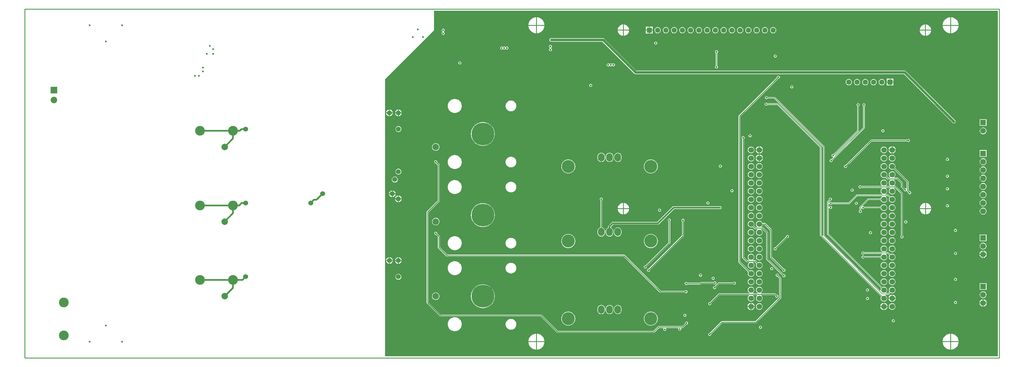
<source format=gbl>
G04 Layer_Physical_Order=4*
G04 Layer_Color=11796480*
%FSLAX43Y43*%
%MOMM*%
G71*
G01*
G75*
%ADD20C,2.000*%
%ADD29C,0.500*%
%ADD30C,0.250*%
%ADD31C,0.150*%
%ADD34C,0.200*%
%ADD36C,0.254*%
%ADD37O,2.000X2.500*%
%ADD38C,7.000*%
%ADD39C,1.524*%
%ADD40C,3.000*%
%ADD41C,1.600*%
%ADD42R,1.600X1.600*%
%ADD45C,1.700*%
%ADD46R,1.750X1.750*%
%ADD47C,1.750*%
%ADD48C,4.000*%
%ADD49R,2.000X2.000*%
%ADD50C,1.800*%
%ADD51R,1.800X1.800*%
%ADD52C,0.600*%
%ADD71C,0.750*%
G36*
X299500Y500D02*
X110900D01*
Y85900D01*
X126000Y101000D01*
X126000Y107000D01*
X299500D01*
Y500D01*
D02*
G37*
%LPC*%
G36*
X167300Y38160D02*
X166879Y38119D01*
X166473Y37996D01*
X166100Y37796D01*
X165772Y37528D01*
X165504Y37200D01*
X165304Y36827D01*
X165181Y36421D01*
X165140Y36000D01*
X165181Y35579D01*
X165304Y35173D01*
X165504Y34800D01*
X165772Y34472D01*
X166100Y34204D01*
X166473Y34004D01*
X166879Y33881D01*
X167300Y33840D01*
X167721Y33881D01*
X168127Y34004D01*
X168500Y34204D01*
X168828Y34472D01*
X169096Y34800D01*
X169296Y35173D01*
X169419Y35579D01*
X169460Y36000D01*
X169419Y36421D01*
X169296Y36827D01*
X169096Y37200D01*
X168828Y37528D01*
X168500Y37796D01*
X168127Y37996D01*
X167721Y38119D01*
X167300Y38160D01*
D02*
G37*
G36*
X149650Y37008D02*
X149327Y36976D01*
X149016Y36882D01*
X148729Y36729D01*
X148478Y36522D01*
X148271Y36271D01*
X148118Y35984D01*
X148024Y35673D01*
X147992Y35350D01*
X148024Y35027D01*
X148118Y34716D01*
X148271Y34429D01*
X148478Y34178D01*
X148729Y33971D01*
X149016Y33818D01*
X149327Y33724D01*
X149650Y33692D01*
X149973Y33724D01*
X150284Y33818D01*
X150571Y33971D01*
X150822Y34178D01*
X151029Y34429D01*
X151182Y34716D01*
X151276Y35027D01*
X151308Y35350D01*
X151276Y35673D01*
X151182Y35984D01*
X151029Y36271D01*
X150822Y36522D01*
X150571Y36729D01*
X150284Y36882D01*
X149973Y36976D01*
X149650Y37008D01*
D02*
G37*
G36*
X223560Y37169D02*
X223299Y37134D01*
X223056Y37033D01*
X222847Y36873D01*
X222686Y36664D01*
X222586Y36421D01*
X222551Y36160D01*
X222586Y35899D01*
X222686Y35656D01*
X222847Y35447D01*
X223056Y35286D01*
X223299Y35186D01*
X223560Y35151D01*
X223821Y35186D01*
X224064Y35286D01*
X224273Y35447D01*
X224433Y35656D01*
X224534Y35899D01*
X224569Y36160D01*
X224534Y36421D01*
X224433Y36664D01*
X224273Y36873D01*
X224064Y37033D01*
X223821Y37134D01*
X223560Y37169D01*
D02*
G37*
G36*
X192700Y38160D02*
X192279Y38119D01*
X191873Y37996D01*
X191500Y37796D01*
X191172Y37528D01*
X190904Y37200D01*
X190704Y36827D01*
X190581Y36421D01*
X190540Y36000D01*
X190581Y35579D01*
X190704Y35173D01*
X190904Y34800D01*
X191172Y34472D01*
X191500Y34204D01*
X191873Y34004D01*
X192279Y33881D01*
X192700Y33840D01*
X193121Y33881D01*
X193527Y34004D01*
X193900Y34204D01*
X194228Y34472D01*
X194496Y34800D01*
X194696Y35173D01*
X194819Y35579D01*
X194860Y36000D01*
X194819Y36421D01*
X194696Y36827D01*
X194496Y37200D01*
X194228Y37528D01*
X193900Y37796D01*
X193527Y37996D01*
X193121Y38119D01*
X192700Y38160D01*
D02*
G37*
G36*
X267000Y34629D02*
X266739Y34594D01*
X266496Y34493D01*
X266287Y34333D01*
X266126Y34124D01*
X266026Y33881D01*
X265991Y33620D01*
X266026Y33359D01*
X266126Y33116D01*
X266287Y32907D01*
X266496Y32746D01*
X266739Y32646D01*
X267000Y32611D01*
X267261Y32646D01*
X267504Y32746D01*
X267713Y32907D01*
X267874Y33116D01*
X267974Y33359D01*
X268009Y33620D01*
X267974Y33881D01*
X267874Y34124D01*
X267713Y34333D01*
X267504Y34493D01*
X267261Y34594D01*
X267000Y34629D01*
D02*
G37*
G36*
X226100D02*
X225839Y34594D01*
X225596Y34493D01*
X225387Y34333D01*
X225227Y34124D01*
X225126Y33881D01*
X225091Y33620D01*
X225126Y33359D01*
X225227Y33116D01*
X225387Y32907D01*
X225596Y32746D01*
X225839Y32646D01*
X226100Y32611D01*
X226361Y32646D01*
X226604Y32746D01*
X226813Y32907D01*
X226973Y33116D01*
X227074Y33359D01*
X227109Y33620D01*
X227074Y33881D01*
X226973Y34124D01*
X226813Y34333D01*
X226604Y34493D01*
X226361Y34594D01*
X226100Y34629D01*
D02*
G37*
G36*
X295000Y35494D02*
X294732Y35459D01*
X294483Y35355D01*
X294269Y35191D01*
X294105Y34977D01*
X294001Y34728D01*
X293966Y34460D01*
X294001Y34192D01*
X294105Y33943D01*
X294269Y33729D01*
X294483Y33565D01*
X294732Y33461D01*
X295000Y33426D01*
X295268Y33461D01*
X295517Y33565D01*
X295731Y33729D01*
X295895Y33943D01*
X295999Y34192D01*
X296034Y34460D01*
X295999Y34728D01*
X295895Y34977D01*
X295731Y35191D01*
X295517Y35355D01*
X295268Y35459D01*
X295000Y35494D01*
D02*
G37*
G36*
X132350Y37510D02*
X131929Y37469D01*
X131523Y37346D01*
X131150Y37146D01*
X130822Y36878D01*
X130554Y36550D01*
X130354Y36177D01*
X130231Y35771D01*
X130190Y35350D01*
X130231Y34929D01*
X130354Y34523D01*
X130554Y34150D01*
X130822Y33822D01*
X131150Y33554D01*
X131523Y33354D01*
X131929Y33231D01*
X132350Y33190D01*
X132771Y33231D01*
X133177Y33354D01*
X133550Y33554D01*
X133878Y33822D01*
X134146Y34150D01*
X134346Y34523D01*
X134469Y34929D01*
X134510Y35350D01*
X134469Y35771D01*
X134346Y36177D01*
X134146Y36550D01*
X133878Y36878D01*
X133550Y37146D01*
X133177Y37346D01*
X132771Y37469D01*
X132350Y37510D01*
D02*
G37*
G36*
X177450Y49409D02*
X177274Y49374D01*
X177126Y49274D01*
X177026Y49126D01*
X176991Y48950D01*
X177026Y48774D01*
X177126Y48626D01*
X177170Y48596D01*
Y40173D01*
X177150Y40170D01*
X176870Y40055D01*
X176630Y39870D01*
X176445Y39630D01*
X176330Y39350D01*
X176290Y39050D01*
Y38550D01*
X176330Y38250D01*
X176445Y37970D01*
X176630Y37730D01*
X176870Y37545D01*
X177150Y37430D01*
X177450Y37390D01*
X177750Y37430D01*
X178030Y37545D01*
X178270Y37730D01*
X178455Y37970D01*
X178570Y38250D01*
X178610Y38550D01*
Y39050D01*
X178570Y39350D01*
X178455Y39630D01*
X178270Y39870D01*
X178030Y40055D01*
X177750Y40170D01*
X177730Y40173D01*
Y48596D01*
X177774Y48626D01*
X177874Y48774D01*
X177909Y48950D01*
X177874Y49126D01*
X177774Y49274D01*
X177626Y49374D01*
X177450Y49409D01*
D02*
G37*
G36*
X234760Y37859D02*
X234584Y37824D01*
X234436Y37724D01*
X234336Y37576D01*
X234301Y37400D01*
X234312Y37348D01*
X231032Y34068D01*
X230980Y34079D01*
X230804Y34044D01*
X230656Y33944D01*
X230556Y33796D01*
X230521Y33620D01*
X230556Y33444D01*
X230656Y33296D01*
X230804Y33196D01*
X230980Y33161D01*
X231156Y33196D01*
X231304Y33296D01*
X231404Y33444D01*
X231439Y33620D01*
X231428Y33672D01*
X234708Y36952D01*
X234760Y36941D01*
X234936Y36976D01*
X235084Y37076D01*
X235184Y37224D01*
X235219Y37400D01*
X235184Y37576D01*
X235084Y37724D01*
X234936Y37824D01*
X234760Y37859D01*
D02*
G37*
G36*
X228300Y80659D02*
X228124Y80624D01*
X227976Y80524D01*
X227876Y80376D01*
X227841Y80200D01*
X227876Y80024D01*
X227976Y79876D01*
X228124Y79776D01*
X228300Y79741D01*
X228476Y79776D01*
X228624Y79876D01*
X228688Y79971D01*
X230705D01*
X245771Y64905D01*
Y37700D01*
X245785Y37627D01*
X245777Y37617D01*
X245588Y37576D01*
X245229Y37935D01*
Y65000D01*
X245212Y65088D01*
X245162Y65162D01*
X231962Y78362D01*
X231888Y78412D01*
X231800Y78429D01*
X228587D01*
X228524Y78524D01*
X228375Y78624D01*
X228200Y78659D01*
X228024Y78624D01*
X227875Y78524D01*
X227776Y78375D01*
X227741Y78200D01*
X227776Y78024D01*
X227875Y77875D01*
X228024Y77776D01*
X228200Y77741D01*
X228375Y77776D01*
X228524Y77875D01*
X228587Y77970D01*
X231705D01*
X244771Y64905D01*
Y37840D01*
X244788Y37752D01*
X244838Y37678D01*
X263606Y18910D01*
X263586Y18884D01*
X263486Y18641D01*
X263451Y18380D01*
X263486Y18119D01*
X263586Y17876D01*
X263747Y17667D01*
X263956Y17507D01*
X264199Y17406D01*
X264460Y17371D01*
X264721Y17406D01*
X264964Y17507D01*
X265173Y17667D01*
X265333Y17876D01*
X265434Y18119D01*
X265469Y18380D01*
X265434Y18641D01*
X265333Y18884D01*
X265173Y19093D01*
X264964Y19253D01*
X264863Y19296D01*
X264897Y19471D01*
X265780D01*
X265868Y19488D01*
X265942Y19538D01*
X266470Y20066D01*
X266496Y20046D01*
X266739Y19946D01*
X267000Y19911D01*
X267261Y19946D01*
X267504Y20046D01*
X267713Y20207D01*
X267874Y20416D01*
X267974Y20659D01*
X268009Y20920D01*
X267974Y21181D01*
X267874Y21424D01*
X267713Y21633D01*
X267504Y21793D01*
X267261Y21894D01*
X267000Y21929D01*
X266739Y21894D01*
X266496Y21793D01*
X266287Y21633D01*
X266126Y21424D01*
X266026Y21181D01*
X265991Y20920D01*
X266026Y20659D01*
X266126Y20416D01*
X266146Y20390D01*
X265685Y19929D01*
X265099D01*
X265040Y20104D01*
X265173Y20207D01*
X265333Y20416D01*
X265434Y20659D01*
X265469Y20920D01*
X265434Y21181D01*
X265333Y21424D01*
X265173Y21633D01*
X264964Y21793D01*
X264721Y21894D01*
X264460Y21929D01*
X264199Y21894D01*
X263956Y21793D01*
X263930Y21774D01*
X247429Y38275D01*
Y46206D01*
X247604Y46223D01*
X247611Y46189D01*
X247711Y46041D01*
X247859Y45941D01*
X248035Y45906D01*
X248211Y45941D01*
X248359Y46041D01*
X248459Y46189D01*
X248494Y46365D01*
X248459Y46541D01*
X248359Y46689D01*
X248211Y46789D01*
X248035Y46824D01*
X247859Y46789D01*
X247711Y46689D01*
X247611Y46541D01*
X247604Y46507D01*
X247429Y46524D01*
Y47476D01*
X247604Y47493D01*
X247611Y47459D01*
X247711Y47311D01*
X247859Y47211D01*
X248035Y47176D01*
X248211Y47211D01*
X248359Y47311D01*
X248423Y47406D01*
X253635D01*
X253723Y47423D01*
X253797Y47473D01*
X256195Y49871D01*
X263847D01*
X263906Y49696D01*
X263747Y49573D01*
X263586Y49364D01*
X263486Y49121D01*
X263482Y49089D01*
X259560D01*
X259560Y49089D01*
X259472Y49072D01*
X259398Y49022D01*
X257033Y46657D01*
X256983Y46583D01*
X256966Y46495D01*
Y45483D01*
X256871Y45419D01*
X256771Y45271D01*
X256736Y45095D01*
X256771Y44919D01*
X256871Y44771D01*
X257019Y44671D01*
X257195Y44636D01*
X257371Y44671D01*
X257519Y44771D01*
X257619Y44919D01*
X257654Y45095D01*
X257619Y45271D01*
X257519Y45419D01*
X257424Y45483D01*
Y46111D01*
X257596Y46144D01*
X257696Y45996D01*
X257844Y45896D01*
X258020Y45861D01*
X258196Y45896D01*
X258344Y45996D01*
X258408Y46091D01*
X263482D01*
X263486Y46059D01*
X263586Y45816D01*
X263747Y45607D01*
X263956Y45446D01*
X264199Y45346D01*
X264460Y45311D01*
X264721Y45346D01*
X264964Y45446D01*
X265173Y45607D01*
X265333Y45816D01*
X265434Y46059D01*
X265469Y46320D01*
X265434Y46581D01*
X265333Y46824D01*
X265173Y47033D01*
X264964Y47193D01*
X264721Y47294D01*
X264460Y47329D01*
X264199Y47294D01*
X263956Y47193D01*
X263747Y47033D01*
X263586Y46824D01*
X263486Y46581D01*
X263482Y46549D01*
X258408D01*
X258344Y46644D01*
X258196Y46744D01*
X258046Y46774D01*
X257998Y46856D01*
X257972Y46948D01*
X259655Y48631D01*
X263482D01*
X263486Y48599D01*
X263586Y48356D01*
X263747Y48147D01*
X263956Y47986D01*
X264199Y47886D01*
X264460Y47851D01*
X264721Y47886D01*
X264964Y47986D01*
X265173Y48147D01*
X265333Y48356D01*
X265434Y48599D01*
X265469Y48860D01*
X265434Y49121D01*
X265333Y49364D01*
X265173Y49573D01*
X265014Y49696D01*
X265073Y49871D01*
X265665D01*
X266146Y49390D01*
X266126Y49364D01*
X266026Y49121D01*
X265991Y48860D01*
X266026Y48599D01*
X266126Y48356D01*
X266287Y48147D01*
X266496Y47986D01*
X266739Y47886D01*
X267000Y47851D01*
X267261Y47886D01*
X267504Y47986D01*
X267713Y48147D01*
X267874Y48356D01*
X267974Y48599D01*
X268009Y48860D01*
X267974Y49121D01*
X267874Y49364D01*
X267713Y49573D01*
X267504Y49733D01*
X267261Y49834D01*
X267000Y49869D01*
X266739Y49834D01*
X266496Y49733D01*
X266470Y49714D01*
X265922Y50262D01*
X265848Y50312D01*
X265760Y50329D01*
X264946D01*
X264911Y50504D01*
X264964Y50527D01*
X265173Y50687D01*
X265333Y50896D01*
X265434Y51139D01*
X265469Y51400D01*
X265434Y51661D01*
X265333Y51904D01*
X265173Y52113D01*
X265002Y52245D01*
X265041Y52410D01*
X265047Y52420D01*
X266413D01*
X266419Y52410D01*
X266458Y52245D01*
X266287Y52113D01*
X266126Y51904D01*
X266026Y51661D01*
X265991Y51400D01*
X266026Y51139D01*
X266126Y50896D01*
X266287Y50687D01*
X266496Y50527D01*
X266739Y50426D01*
X267000Y50391D01*
X267261Y50426D01*
X267504Y50527D01*
X267713Y50687D01*
X267874Y50896D01*
X267974Y51139D01*
X268009Y51400D01*
X267974Y51661D01*
X267874Y51904D01*
X267713Y52113D01*
X267542Y52245D01*
X267581Y52410D01*
X267587Y52420D01*
X267884D01*
X269720Y50584D01*
Y37654D01*
X269676Y37624D01*
X269576Y37476D01*
X269541Y37300D01*
X269576Y37124D01*
X269676Y36976D01*
X269824Y36876D01*
X270000Y36841D01*
X270176Y36876D01*
X270324Y36976D01*
X270424Y37124D01*
X270459Y37300D01*
X270424Y37476D01*
X270324Y37624D01*
X270280Y37654D01*
Y50700D01*
X270259Y50807D01*
X270198Y50898D01*
X268198Y52898D01*
X268107Y52959D01*
X268000Y52980D01*
X267680D01*
X267620Y53155D01*
X267713Y53227D01*
X267874Y53436D01*
X267974Y53679D01*
X268009Y53940D01*
X267974Y54201D01*
X267874Y54444D01*
X267713Y54653D01*
X267594Y54745D01*
X267654Y54920D01*
X268584D01*
X269720Y53784D01*
Y52800D01*
X269741Y52693D01*
X269802Y52602D01*
X270552Y51852D01*
X270541Y51800D01*
X270576Y51624D01*
X270676Y51476D01*
X270824Y51376D01*
X271000Y51341D01*
X271176Y51376D01*
X271278Y51445D01*
X271350Y51466D01*
X271494Y51414D01*
X271502Y51402D01*
X271952Y50952D01*
X271941Y50900D01*
X271976Y50724D01*
X272076Y50576D01*
X272224Y50476D01*
X272400Y50441D01*
X272576Y50476D01*
X272724Y50576D01*
X272824Y50724D01*
X272859Y50900D01*
X272824Y51076D01*
X272724Y51224D01*
X272576Y51324D01*
X272400Y51359D01*
X272348Y51348D01*
X271980Y51716D01*
Y54320D01*
X271959Y54427D01*
X271898Y54518D01*
X267882Y58535D01*
X267974Y58759D01*
X268009Y59020D01*
X267974Y59281D01*
X267874Y59524D01*
X267713Y59733D01*
X267504Y59893D01*
X267261Y59994D01*
X267000Y60029D01*
X266739Y59994D01*
X266496Y59893D01*
X266287Y59733D01*
X266126Y59524D01*
X266026Y59281D01*
X265991Y59020D01*
X266026Y58759D01*
X266126Y58516D01*
X266287Y58307D01*
X266496Y58146D01*
X266739Y58046D01*
X267000Y58011D01*
X267261Y58046D01*
X267485Y58138D01*
X271420Y54204D01*
Y52271D01*
X271245Y52178D01*
X271176Y52224D01*
X271000Y52259D01*
X270948Y52248D01*
X270280Y52916D01*
Y53900D01*
X270259Y54007D01*
X270198Y54098D01*
X268898Y55398D01*
X268807Y55459D01*
X268700Y55480D01*
X267627D01*
X267568Y55655D01*
X267713Y55767D01*
X267874Y55976D01*
X267974Y56219D01*
X268009Y56480D01*
X267974Y56741D01*
X267874Y56984D01*
X267713Y57193D01*
X267504Y57353D01*
X267261Y57454D01*
X267000Y57489D01*
X266739Y57454D01*
X266496Y57353D01*
X266287Y57193D01*
X266126Y56984D01*
X266026Y56741D01*
X265991Y56480D01*
X266026Y56219D01*
X266126Y55976D01*
X266287Y55767D01*
X266432Y55655D01*
X266373Y55480D01*
X265856D01*
X265341Y55995D01*
X265434Y56219D01*
X265469Y56480D01*
X265434Y56741D01*
X265333Y56984D01*
X265173Y57193D01*
X264964Y57353D01*
X264721Y57454D01*
X264460Y57489D01*
X264199Y57454D01*
X263956Y57353D01*
X263747Y57193D01*
X263586Y56984D01*
X263486Y56741D01*
X263451Y56480D01*
X263486Y56219D01*
X263586Y55976D01*
X263747Y55767D01*
X263956Y55606D01*
X264199Y55506D01*
X264460Y55471D01*
X264721Y55506D01*
X264945Y55598D01*
X265542Y55002D01*
X265633Y54941D01*
X265740Y54920D01*
X266346D01*
X266406Y54745D01*
X266287Y54653D01*
X266126Y54444D01*
X266026Y54201D01*
X265991Y53940D01*
X266026Y53679D01*
X266126Y53436D01*
X266287Y53227D01*
X266380Y53155D01*
X266320Y52980D01*
X265140D01*
X265080Y53155D01*
X265173Y53227D01*
X265333Y53436D01*
X265434Y53679D01*
X265469Y53940D01*
X265434Y54201D01*
X265333Y54444D01*
X265173Y54653D01*
X264964Y54813D01*
X264721Y54914D01*
X264460Y54949D01*
X264199Y54914D01*
X263956Y54813D01*
X263747Y54653D01*
X263586Y54444D01*
X263486Y54201D01*
X263451Y53940D01*
X263486Y53679D01*
X263586Y53436D01*
X263747Y53227D01*
X263840Y53155D01*
X263780Y52980D01*
X257454D01*
X257424Y53024D01*
X257276Y53124D01*
X257100Y53159D01*
X256924Y53124D01*
X256776Y53024D01*
X256676Y52876D01*
X256641Y52700D01*
X256676Y52524D01*
X256776Y52376D01*
X256924Y52276D01*
X257100Y52241D01*
X257276Y52276D01*
X257424Y52376D01*
X257454Y52420D01*
X263873D01*
X263879Y52410D01*
X263918Y52245D01*
X263747Y52113D01*
X263586Y51904D01*
X263486Y51661D01*
X263451Y51400D01*
X263486Y51139D01*
X263586Y50896D01*
X263747Y50687D01*
X263956Y50527D01*
X264009Y50504D01*
X263974Y50329D01*
X256100D01*
X256012Y50312D01*
X255938Y50262D01*
X253540Y47864D01*
X248423D01*
X248359Y47959D01*
X248211Y48059D01*
X248035Y48094D01*
X247859Y48059D01*
X247711Y47959D01*
X247611Y47811D01*
X247604Y47777D01*
X247429Y47794D01*
Y48015D01*
X247883Y48468D01*
X247995Y48446D01*
X248171Y48481D01*
X248319Y48581D01*
X248419Y48729D01*
X248454Y48905D01*
X248419Y49081D01*
X248319Y49229D01*
X248171Y49329D01*
X247995Y49364D01*
X247819Y49329D01*
X247671Y49229D01*
X247571Y49081D01*
X247536Y48905D01*
X247558Y48793D01*
X247038Y48272D01*
X246988Y48198D01*
X246971Y48110D01*
Y38180D01*
X246988Y38092D01*
X247038Y38018D01*
X263606Y21450D01*
X263586Y21424D01*
X263486Y21181D01*
X263451Y20920D01*
X263466Y20805D01*
X263301Y20724D01*
X246229Y37795D01*
Y65000D01*
X246212Y65088D01*
X246162Y65162D01*
X230962Y80362D01*
X230888Y80412D01*
X230800Y80429D01*
X228688D01*
X228624Y80524D01*
X228476Y80624D01*
X228300Y80659D01*
D02*
G37*
G36*
X182550Y40210D02*
X182250Y40170D01*
X181970Y40055D01*
X181730Y39870D01*
X181545Y39630D01*
X181430Y39350D01*
X181390Y39050D01*
Y38550D01*
X181430Y38250D01*
X181545Y37970D01*
X181730Y37730D01*
X181970Y37545D01*
X182250Y37430D01*
X182550Y37390D01*
X182850Y37430D01*
X183130Y37545D01*
X183370Y37730D01*
X183555Y37970D01*
X183670Y38250D01*
X183710Y38550D01*
Y39050D01*
X183670Y39350D01*
X183555Y39630D01*
X183370Y39870D01*
X183130Y40055D01*
X182850Y40170D01*
X182550Y40210D01*
D02*
G37*
G36*
X264460Y37169D02*
X264199Y37134D01*
X263956Y37033D01*
X263747Y36873D01*
X263586Y36664D01*
X263486Y36421D01*
X263451Y36160D01*
X263486Y35899D01*
X263586Y35656D01*
X263747Y35447D01*
X263956Y35286D01*
X264199Y35186D01*
X264460Y35151D01*
X264721Y35186D01*
X264964Y35286D01*
X265173Y35447D01*
X265333Y35656D01*
X265434Y35899D01*
X265469Y36160D01*
X265434Y36421D01*
X265333Y36664D01*
X265173Y36873D01*
X264964Y37033D01*
X264721Y37134D01*
X264460Y37169D01*
D02*
G37*
G36*
X226100D02*
X225839Y37134D01*
X225596Y37033D01*
X225387Y36873D01*
X225227Y36664D01*
X225126Y36421D01*
X225091Y36160D01*
X225126Y35899D01*
X225227Y35656D01*
X225387Y35447D01*
X225596Y35286D01*
X225839Y35186D01*
X226100Y35151D01*
X226361Y35186D01*
X226604Y35286D01*
X226813Y35447D01*
X226973Y35656D01*
X227074Y35899D01*
X227109Y36160D01*
X227074Y36421D01*
X226973Y36664D01*
X226813Y36873D01*
X226604Y37033D01*
X226361Y37134D01*
X226100Y37169D01*
D02*
G37*
G36*
X296025Y38025D02*
X293975D01*
Y35975D01*
X296025D01*
Y38025D01*
D02*
G37*
G36*
X267000Y37169D02*
X266739Y37134D01*
X266496Y37033D01*
X266287Y36873D01*
X266126Y36664D01*
X266026Y36421D01*
X265991Y36160D01*
X266026Y35899D01*
X266126Y35656D01*
X266287Y35447D01*
X266496Y35286D01*
X266739Y35186D01*
X267000Y35151D01*
X267261Y35186D01*
X267504Y35286D01*
X267713Y35447D01*
X267874Y35656D01*
X267974Y35899D01*
X268009Y36160D01*
X267974Y36421D01*
X267874Y36664D01*
X267713Y36873D01*
X267504Y37033D01*
X267261Y37134D01*
X267000Y37169D01*
D02*
G37*
G36*
X223560Y34629D02*
X223299Y34594D01*
X223056Y34493D01*
X222847Y34333D01*
X222686Y34124D01*
X222586Y33881D01*
X222551Y33620D01*
X222586Y33359D01*
X222686Y33116D01*
X222847Y32907D01*
X223056Y32746D01*
X223299Y32646D01*
X223560Y32611D01*
X223821Y32646D01*
X224064Y32746D01*
X224273Y32907D01*
X224433Y33116D01*
X224534Y33359D01*
X224569Y33620D01*
X224534Y33881D01*
X224433Y34124D01*
X224273Y34333D01*
X224064Y34493D01*
X223821Y34594D01*
X223560Y34629D01*
D02*
G37*
G36*
X226100Y32089D02*
X225839Y32054D01*
X225596Y31953D01*
X225387Y31793D01*
X225227Y31584D01*
X225126Y31341D01*
X225091Y31080D01*
X225126Y30819D01*
X225227Y30576D01*
X225387Y30367D01*
X225596Y30206D01*
X225839Y30106D01*
X226100Y30071D01*
X226361Y30106D01*
X226604Y30206D01*
X226813Y30367D01*
X226973Y30576D01*
X227074Y30819D01*
X227109Y31080D01*
X227074Y31341D01*
X226973Y31584D01*
X226813Y31793D01*
X226604Y31953D01*
X226361Y32054D01*
X226100Y32089D01*
D02*
G37*
G36*
X113258Y29873D02*
X112377D01*
Y28992D01*
X112515Y29010D01*
X112762Y29113D01*
X112975Y29275D01*
X113137Y29488D01*
X113240Y29735D01*
X113258Y29873D01*
D02*
G37*
G36*
X114873Y31008D02*
X114735Y30990D01*
X114488Y30887D01*
X114275Y30725D01*
X114113Y30512D01*
X114010Y30265D01*
X113992Y30127D01*
X114873D01*
Y31008D01*
D02*
G37*
G36*
X112123Y31008D02*
X111985Y30990D01*
X111738Y30887D01*
X111525Y30725D01*
X111363Y30512D01*
X111260Y30265D01*
X111242Y30127D01*
X112123D01*
Y31008D01*
D02*
G37*
G36*
Y29873D02*
X111242D01*
X111260Y29735D01*
X111363Y29488D01*
X111525Y29275D01*
X111738Y29113D01*
X111985Y29010D01*
X112123Y28992D01*
Y29873D01*
D02*
G37*
G36*
X198400Y42959D02*
X198224Y42924D01*
X198076Y42824D01*
X197976Y42676D01*
X197941Y42500D01*
X197976Y42324D01*
X198076Y42176D01*
X198120Y42146D01*
Y35516D01*
X191052Y28448D01*
X191000Y28459D01*
X190824Y28424D01*
X190676Y28324D01*
X190576Y28176D01*
X190541Y28000D01*
X190576Y27824D01*
X190676Y27676D01*
X190824Y27576D01*
X191000Y27541D01*
X191176Y27576D01*
X191324Y27676D01*
X191424Y27824D01*
X191459Y28000D01*
X191448Y28052D01*
X198598Y35202D01*
X198659Y35293D01*
X198680Y35400D01*
Y42146D01*
X198724Y42176D01*
X198824Y42324D01*
X198859Y42500D01*
X198824Y42676D01*
X198724Y42824D01*
X198576Y42924D01*
X198400Y42959D01*
D02*
G37*
G36*
X114873Y29873D02*
X113992D01*
X114010Y29735D01*
X114113Y29488D01*
X114275Y29275D01*
X114488Y29113D01*
X114735Y29010D01*
X114873Y28992D01*
Y29873D01*
D02*
G37*
G36*
X116008D02*
X115127D01*
Y28992D01*
X115265Y29010D01*
X115512Y29113D01*
X115725Y29275D01*
X115887Y29488D01*
X115990Y29735D01*
X116008Y29873D01*
D02*
G37*
G36*
X294873Y33042D02*
X294705Y33020D01*
X294431Y32906D01*
X294195Y32725D01*
X294014Y32489D01*
X293900Y32215D01*
X293878Y32047D01*
X294873D01*
Y33042D01*
D02*
G37*
G36*
X286500Y32659D02*
X286324Y32624D01*
X286176Y32524D01*
X286076Y32376D01*
X286041Y32200D01*
X286076Y32024D01*
X286176Y31876D01*
X286324Y31776D01*
X286500Y31741D01*
X286676Y31776D01*
X286824Y31876D01*
X286924Y32024D01*
X286959Y32200D01*
X286924Y32376D01*
X286824Y32524D01*
X286676Y32624D01*
X286500Y32659D01*
D02*
G37*
G36*
X264460Y34629D02*
X264199Y34594D01*
X263956Y34493D01*
X263747Y34333D01*
X263586Y34124D01*
X263486Y33881D01*
X263451Y33620D01*
X263486Y33359D01*
X263586Y33116D01*
X263747Y32907D01*
X263956Y32746D01*
X264057Y32704D01*
X264023Y32529D01*
X258388D01*
X258324Y32624D01*
X258176Y32724D01*
X258000Y32759D01*
X257824Y32724D01*
X257676Y32624D01*
X257576Y32476D01*
X257541Y32300D01*
X257576Y32124D01*
X257676Y31976D01*
X257824Y31876D01*
X258000Y31841D01*
X258176Y31876D01*
X258324Y31976D01*
X258388Y32071D01*
X263821D01*
X263880Y31896D01*
X263747Y31793D01*
X263586Y31584D01*
X263486Y31341D01*
X263482Y31309D01*
X258408D01*
X258344Y31404D01*
X258196Y31504D01*
X258020Y31539D01*
X257844Y31504D01*
X257696Y31404D01*
X257596Y31256D01*
X257561Y31080D01*
X257596Y30904D01*
X257696Y30756D01*
X257844Y30656D01*
X258020Y30621D01*
X258196Y30656D01*
X258344Y30756D01*
X258408Y30851D01*
X263482D01*
X263486Y30819D01*
X263586Y30576D01*
X263747Y30367D01*
X263956Y30206D01*
X264199Y30106D01*
X264460Y30071D01*
X264721Y30106D01*
X264964Y30206D01*
X265173Y30367D01*
X265333Y30576D01*
X265434Y30819D01*
X265469Y31080D01*
X265434Y31341D01*
X265333Y31584D01*
X265173Y31793D01*
X265040Y31896D01*
X265099Y32071D01*
X265685D01*
X266146Y31610D01*
X266126Y31584D01*
X266026Y31341D01*
X265991Y31080D01*
X266026Y30819D01*
X266126Y30576D01*
X266287Y30367D01*
X266496Y30206D01*
X266739Y30106D01*
X267000Y30071D01*
X267261Y30106D01*
X267504Y30206D01*
X267713Y30367D01*
X267874Y30576D01*
X267974Y30819D01*
X268009Y31080D01*
X267974Y31341D01*
X267874Y31584D01*
X267713Y31793D01*
X267504Y31953D01*
X267261Y32054D01*
X267000Y32089D01*
X266739Y32054D01*
X266496Y31953D01*
X266470Y31934D01*
X265942Y32462D01*
X265868Y32512D01*
X265780Y32529D01*
X264897D01*
X264863Y32704D01*
X264964Y32746D01*
X265173Y32907D01*
X265333Y33116D01*
X265434Y33359D01*
X265469Y33620D01*
X265434Y33881D01*
X265333Y34124D01*
X265173Y34333D01*
X264964Y34493D01*
X264721Y34594D01*
X264460Y34629D01*
D02*
G37*
G36*
X295127Y33042D02*
Y32047D01*
X296122D01*
X296100Y32215D01*
X295986Y32489D01*
X295805Y32725D01*
X295569Y32906D01*
X295295Y33020D01*
X295127Y33042D01*
D02*
G37*
G36*
X112377Y31008D02*
Y30127D01*
X113258D01*
X113240Y30265D01*
X113137Y30512D01*
X112975Y30725D01*
X112762Y30887D01*
X112515Y30990D01*
X112377Y31008D01*
D02*
G37*
G36*
X115127Y31008D02*
Y30127D01*
X116008D01*
X115990Y30265D01*
X115887Y30512D01*
X115725Y30725D01*
X115512Y30887D01*
X115265Y30990D01*
X115127Y31008D01*
D02*
G37*
G36*
X296122Y31793D02*
X295127D01*
Y30798D01*
X295295Y30820D01*
X295569Y30934D01*
X295805Y31115D01*
X295986Y31351D01*
X296100Y31625D01*
X296122Y31793D01*
D02*
G37*
G36*
X294873D02*
X293878D01*
X293900Y31625D01*
X294014Y31351D01*
X294195Y31115D01*
X294431Y30934D01*
X294705Y30820D01*
X294873Y30798D01*
Y31793D01*
D02*
G37*
G36*
X226100Y47329D02*
X225839Y47294D01*
X225596Y47193D01*
X225387Y47033D01*
X225227Y46824D01*
X225126Y46581D01*
X225091Y46320D01*
X225126Y46059D01*
X225227Y45816D01*
X225387Y45607D01*
X225596Y45446D01*
X225839Y45346D01*
X226100Y45311D01*
X226361Y45346D01*
X226604Y45446D01*
X226813Y45607D01*
X226973Y45816D01*
X227074Y46059D01*
X227109Y46320D01*
X227074Y46581D01*
X226973Y46824D01*
X226813Y47033D01*
X226604Y47193D01*
X226361Y47294D01*
X226100Y47329D01*
D02*
G37*
G36*
X223560D02*
X223299Y47294D01*
X223056Y47193D01*
X222847Y47033D01*
X222686Y46824D01*
X222586Y46581D01*
X222551Y46320D01*
X222586Y46059D01*
X222686Y45816D01*
X222847Y45607D01*
X223056Y45446D01*
X223299Y45346D01*
X223560Y45311D01*
X223821Y45346D01*
X224064Y45446D01*
X224273Y45607D01*
X224433Y45816D01*
X224534Y46059D01*
X224569Y46320D01*
X224534Y46581D01*
X224433Y46824D01*
X224273Y47033D01*
X224064Y47193D01*
X223821Y47294D01*
X223560Y47329D01*
D02*
G37*
G36*
X214000Y46759D02*
X213824Y46724D01*
X213800Y46708D01*
X199700D01*
X199544Y46677D01*
X199412Y46588D01*
X199412Y46588D01*
X194731Y41908D01*
X181000D01*
X181000Y41908D01*
X180844Y41877D01*
X180712Y41788D01*
X179712Y40788D01*
X179623Y40656D01*
X179592Y40500D01*
X179592Y40500D01*
Y40126D01*
X179420Y40055D01*
X179180Y39870D01*
X178995Y39630D01*
X178880Y39350D01*
X178840Y39050D01*
Y38550D01*
X178880Y38250D01*
X178995Y37970D01*
X179180Y37730D01*
X179420Y37545D01*
X179700Y37430D01*
X180000Y37390D01*
X180300Y37430D01*
X180580Y37545D01*
X180820Y37730D01*
X181005Y37970D01*
X181120Y38250D01*
X181160Y38550D01*
Y39050D01*
X181120Y39350D01*
X181005Y39630D01*
X180820Y39870D01*
X180580Y40055D01*
X180408Y40126D01*
Y40331D01*
X181169Y41092D01*
X194900D01*
X194900Y41092D01*
X195056Y41123D01*
X195188Y41212D01*
X199869Y45892D01*
X213800D01*
X213824Y45876D01*
X214000Y45841D01*
X214176Y45876D01*
X214324Y45976D01*
X214424Y46124D01*
X214459Y46300D01*
X214424Y46476D01*
X214324Y46624D01*
X214176Y46724D01*
X214000Y46759D01*
D02*
G37*
G36*
X267000Y47329D02*
X266739Y47294D01*
X266496Y47193D01*
X266287Y47033D01*
X266126Y46824D01*
X266026Y46581D01*
X265991Y46320D01*
X266026Y46059D01*
X266126Y45816D01*
X266287Y45607D01*
X266496Y45446D01*
X266739Y45346D01*
X267000Y45311D01*
X267261Y45346D01*
X267504Y45446D01*
X267713Y45607D01*
X267874Y45816D01*
X267974Y46059D01*
X268009Y46320D01*
X267974Y46581D01*
X267874Y46824D01*
X267713Y47033D01*
X267504Y47193D01*
X267261Y47294D01*
X267000Y47329D01*
D02*
G37*
G36*
X277143Y45873D02*
X275520D01*
X275541Y45656D01*
X275642Y45326D01*
X275805Y45021D01*
X276024Y44754D01*
X276291Y44535D01*
X276596Y44372D01*
X276926Y44271D01*
X277143Y44250D01*
Y45873D01*
D02*
G37*
G36*
X186000D02*
X184377D01*
Y44250D01*
X184594Y44271D01*
X184924Y44372D01*
X185229Y44535D01*
X185496Y44754D01*
X185715Y45021D01*
X185878Y45326D01*
X185979Y45656D01*
X186000Y45873D01*
D02*
G37*
G36*
X195400Y45959D02*
X195224Y45924D01*
X195076Y45824D01*
X194976Y45676D01*
X194941Y45500D01*
X194976Y45324D01*
X195076Y45176D01*
X195224Y45076D01*
X195400Y45041D01*
X195576Y45076D01*
X195724Y45176D01*
X195824Y45324D01*
X195859Y45500D01*
X195824Y45676D01*
X195724Y45824D01*
X195576Y45924D01*
X195400Y45959D01*
D02*
G37*
G36*
X279020Y45873D02*
X277397D01*
Y44250D01*
X277614Y44271D01*
X277944Y44372D01*
X278249Y44535D01*
X278516Y44754D01*
X278735Y45021D01*
X278898Y45326D01*
X278999Y45656D01*
X279020Y45873D01*
D02*
G37*
G36*
X295000Y48819D02*
X294726Y48783D01*
X294470Y48677D01*
X294251Y48509D01*
X294083Y48290D01*
X293977Y48034D01*
X293941Y47760D01*
X293977Y47486D01*
X294083Y47230D01*
X294251Y47011D01*
X294470Y46843D01*
X294726Y46737D01*
X295000Y46701D01*
X295274Y46737D01*
X295530Y46843D01*
X295749Y47011D01*
X295917Y47230D01*
X296023Y47486D01*
X296059Y47760D01*
X296023Y48034D01*
X295917Y48290D01*
X295749Y48509D01*
X295530Y48677D01*
X295274Y48783D01*
X295000Y48819D01*
D02*
G37*
G36*
X284000Y47359D02*
X283824Y47324D01*
X283676Y47224D01*
X283576Y47076D01*
X283541Y46900D01*
X283576Y46724D01*
X283676Y46576D01*
X283824Y46476D01*
X284000Y46441D01*
X284176Y46476D01*
X284324Y46576D01*
X284424Y46724D01*
X284459Y46900D01*
X284424Y47076D01*
X284324Y47224D01*
X284176Y47324D01*
X284000Y47359D01*
D02*
G37*
G36*
X210270Y48189D02*
X210094Y48154D01*
X209946Y48054D01*
X209846Y47906D01*
X209811Y47730D01*
X209846Y47554D01*
X209946Y47406D01*
X210094Y47306D01*
X210270Y47271D01*
X210446Y47306D01*
X210594Y47406D01*
X210694Y47554D01*
X210729Y47730D01*
X210694Y47906D01*
X210594Y48054D01*
X210446Y48154D01*
X210270Y48189D01*
D02*
G37*
G36*
X255965Y48094D02*
X255789Y48059D01*
X255641Y47959D01*
X255541Y47811D01*
X255506Y47635D01*
X255541Y47459D01*
X255641Y47311D01*
X255789Y47211D01*
X255965Y47176D01*
X256141Y47211D01*
X256289Y47311D01*
X256389Y47459D01*
X256424Y47635D01*
X256389Y47811D01*
X256289Y47959D01*
X256141Y48059D01*
X255965Y48094D01*
D02*
G37*
G36*
X184377Y47750D02*
Y46127D01*
X186000D01*
X185979Y46344D01*
X185878Y46674D01*
X185715Y46979D01*
X185496Y47246D01*
X185229Y47465D01*
X184924Y47628D01*
X184594Y47729D01*
X184377Y47750D01*
D02*
G37*
G36*
X184123D02*
X183906Y47729D01*
X183576Y47628D01*
X183271Y47465D01*
X183004Y47246D01*
X182785Y46979D01*
X182622Y46674D01*
X182521Y46344D01*
X182500Y46127D01*
X184123D01*
Y47750D01*
D02*
G37*
G36*
X277397D02*
Y46127D01*
X279020D01*
X278999Y46344D01*
X278898Y46674D01*
X278735Y46979D01*
X278516Y47246D01*
X278249Y47465D01*
X277944Y47628D01*
X277614Y47729D01*
X277397Y47750D01*
D02*
G37*
G36*
X277143D02*
X276926Y47729D01*
X276596Y47628D01*
X276291Y47465D01*
X276024Y47246D01*
X275805Y46979D01*
X275642Y46674D01*
X275541Y46344D01*
X275520Y46127D01*
X277143D01*
Y47750D01*
D02*
G37*
G36*
X184123Y45873D02*
X182500D01*
X182521Y45656D01*
X182622Y45326D01*
X182785Y45021D01*
X183004Y44754D01*
X183271Y44535D01*
X183576Y44372D01*
X183906Y44271D01*
X184123Y44250D01*
Y45873D01*
D02*
G37*
G36*
X264460Y42249D02*
X264199Y42214D01*
X263956Y42113D01*
X263747Y41953D01*
X263586Y41744D01*
X263486Y41501D01*
X263451Y41240D01*
X263486Y40979D01*
X263586Y40736D01*
X263747Y40527D01*
X263956Y40367D01*
X264199Y40266D01*
X264460Y40231D01*
X264721Y40266D01*
X264964Y40367D01*
X265173Y40527D01*
X265333Y40736D01*
X265434Y40979D01*
X265469Y41240D01*
X265434Y41501D01*
X265333Y41744D01*
X265173Y41953D01*
X264964Y42113D01*
X264721Y42214D01*
X264460Y42249D01*
D02*
G37*
G36*
X286500Y39759D02*
X286324Y39724D01*
X286176Y39624D01*
X286076Y39476D01*
X286041Y39300D01*
X286076Y39124D01*
X286176Y38976D01*
X286324Y38876D01*
X286500Y38841D01*
X286676Y38876D01*
X286824Y38976D01*
X286924Y39124D01*
X286959Y39300D01*
X286924Y39476D01*
X286824Y39624D01*
X286676Y39724D01*
X286500Y39759D01*
D02*
G37*
G36*
X226100Y42249D02*
X225839Y42214D01*
X225596Y42113D01*
X225387Y41953D01*
X225227Y41744D01*
X225126Y41501D01*
X225091Y41240D01*
X225126Y40979D01*
X225227Y40736D01*
X225387Y40527D01*
X225480Y40455D01*
X225420Y40280D01*
X224916D01*
X224441Y40755D01*
X224534Y40979D01*
X224569Y41240D01*
X224534Y41501D01*
X224433Y41744D01*
X224273Y41953D01*
X224064Y42113D01*
X223821Y42214D01*
X223560Y42249D01*
X223299Y42214D01*
X223056Y42113D01*
X222847Y41953D01*
X222686Y41744D01*
X222586Y41501D01*
X222551Y41240D01*
X222586Y40979D01*
X222686Y40736D01*
X222847Y40527D01*
X223056Y40367D01*
X223299Y40266D01*
X223560Y40231D01*
X223821Y40266D01*
X224045Y40358D01*
X224602Y39802D01*
X224693Y39741D01*
X224800Y39720D01*
X225513D01*
X225519Y39710D01*
X225558Y39545D01*
X225387Y39413D01*
X225227Y39204D01*
X225126Y38961D01*
X225091Y38700D01*
X225126Y38439D01*
X225227Y38196D01*
X225387Y37987D01*
X225596Y37826D01*
X225839Y37726D01*
X226100Y37691D01*
X226361Y37726D01*
X226604Y37826D01*
X226813Y37987D01*
X226973Y38196D01*
X227074Y38439D01*
X227109Y38700D01*
X227074Y38961D01*
X226973Y39204D01*
X226813Y39413D01*
X226642Y39545D01*
X226681Y39710D01*
X226687Y39720D01*
X226984D01*
X228220Y38484D01*
Y30500D01*
X228241Y30393D01*
X228302Y30302D01*
X233252Y25352D01*
X233241Y25300D01*
X233276Y25124D01*
X233376Y24976D01*
X233524Y24876D01*
X233700Y24841D01*
X233876Y24876D01*
X234024Y24976D01*
X234124Y25124D01*
X234159Y25300D01*
X234124Y25476D01*
X234024Y25624D01*
X233876Y25724D01*
X233700Y25759D01*
X233648Y25748D01*
X228780Y30616D01*
Y38600D01*
X228759Y38707D01*
X228698Y38798D01*
X227298Y40198D01*
X227207Y40259D01*
X227100Y40280D01*
X226780D01*
X226720Y40455D01*
X226813Y40527D01*
X226973Y40736D01*
X227066Y40960D01*
X227744D01*
X229420Y39284D01*
Y31000D01*
X229441Y30893D01*
X229502Y30802D01*
X233252Y27052D01*
X233241Y27000D01*
X233276Y26824D01*
X233376Y26676D01*
X233524Y26576D01*
X233700Y26541D01*
X233876Y26576D01*
X234024Y26676D01*
X234124Y26824D01*
X234159Y27000D01*
X234124Y27176D01*
X234024Y27324D01*
X233876Y27424D01*
X233700Y27459D01*
X233648Y27448D01*
X229980Y31116D01*
Y39400D01*
X229959Y39507D01*
X229898Y39598D01*
X228058Y41438D01*
X227967Y41499D01*
X227860Y41520D01*
X227066D01*
X226973Y41744D01*
X226813Y41953D01*
X226604Y42113D01*
X226361Y42214D01*
X226100Y42249D01*
D02*
G37*
G36*
X267000D02*
X266739Y42214D01*
X266496Y42113D01*
X266287Y41953D01*
X266126Y41744D01*
X266026Y41501D01*
X265991Y41240D01*
X266026Y40979D01*
X266126Y40736D01*
X266287Y40527D01*
X266496Y40367D01*
X266739Y40266D01*
X267000Y40231D01*
X267261Y40266D01*
X267504Y40367D01*
X267713Y40527D01*
X267874Y40736D01*
X267974Y40979D01*
X268009Y41240D01*
X267974Y41501D01*
X267874Y41744D01*
X267713Y41953D01*
X267504Y42113D01*
X267261Y42214D01*
X267000Y42249D01*
D02*
G37*
G36*
X264460Y39709D02*
X264199Y39674D01*
X263956Y39573D01*
X263747Y39413D01*
X263586Y39204D01*
X263486Y38961D01*
X263451Y38700D01*
X263486Y38439D01*
X263586Y38196D01*
X263747Y37987D01*
X263956Y37826D01*
X264199Y37726D01*
X264460Y37691D01*
X264721Y37726D01*
X264964Y37826D01*
X265173Y37987D01*
X265333Y38196D01*
X265434Y38439D01*
X265469Y38700D01*
X265434Y38961D01*
X265333Y39204D01*
X265173Y39413D01*
X264964Y39573D01*
X264721Y39674D01*
X264460Y39709D01*
D02*
G37*
G36*
X223560D02*
X223299Y39674D01*
X223056Y39573D01*
X222847Y39413D01*
X222686Y39204D01*
X222586Y38961D01*
X222551Y38700D01*
X222586Y38439D01*
X222686Y38196D01*
X222847Y37987D01*
X223056Y37826D01*
X223299Y37726D01*
X223560Y37691D01*
X223821Y37726D01*
X224064Y37826D01*
X224273Y37987D01*
X224433Y38196D01*
X224534Y38439D01*
X224569Y38700D01*
X224534Y38961D01*
X224433Y39204D01*
X224273Y39413D01*
X224064Y39573D01*
X223821Y39674D01*
X223560Y39709D01*
D02*
G37*
G36*
X260300Y39059D02*
X260124Y39024D01*
X259976Y38924D01*
X259876Y38776D01*
X259841Y38600D01*
X259876Y38424D01*
X259976Y38276D01*
X260124Y38176D01*
X260300Y38141D01*
X260476Y38176D01*
X260624Y38276D01*
X260724Y38424D01*
X260759Y38600D01*
X260724Y38776D01*
X260624Y38924D01*
X260476Y39024D01*
X260300Y39059D01*
D02*
G37*
G36*
X267000Y39709D02*
X266739Y39674D01*
X266496Y39573D01*
X266287Y39413D01*
X266126Y39204D01*
X266026Y38961D01*
X265991Y38700D01*
X266026Y38439D01*
X266126Y38196D01*
X266287Y37987D01*
X266496Y37826D01*
X266739Y37726D01*
X267000Y37691D01*
X267261Y37726D01*
X267504Y37826D01*
X267713Y37987D01*
X267874Y38196D01*
X267974Y38439D01*
X268009Y38700D01*
X267974Y38961D01*
X267874Y39204D01*
X267713Y39413D01*
X267504Y39573D01*
X267261Y39674D01*
X267000Y39709D01*
D02*
G37*
G36*
X264460Y44789D02*
X264199Y44754D01*
X263956Y44653D01*
X263747Y44493D01*
X263586Y44284D01*
X263486Y44041D01*
X263451Y43780D01*
X263486Y43519D01*
X263586Y43276D01*
X263747Y43067D01*
X263956Y42907D01*
X264199Y42806D01*
X264460Y42771D01*
X264721Y42806D01*
X264964Y42907D01*
X265173Y43067D01*
X265333Y43276D01*
X265434Y43519D01*
X265469Y43780D01*
X265434Y44041D01*
X265333Y44284D01*
X265173Y44493D01*
X264964Y44653D01*
X264721Y44754D01*
X264460Y44789D01*
D02*
G37*
G36*
X226100D02*
X225839Y44754D01*
X225596Y44653D01*
X225387Y44493D01*
X225227Y44284D01*
X225126Y44041D01*
X225091Y43780D01*
X225126Y43519D01*
X225227Y43276D01*
X225387Y43067D01*
X225596Y42907D01*
X225839Y42806D01*
X226100Y42771D01*
X226361Y42806D01*
X226604Y42907D01*
X226813Y43067D01*
X226973Y43276D01*
X227074Y43519D01*
X227109Y43780D01*
X227074Y44041D01*
X226973Y44284D01*
X226813Y44493D01*
X226604Y44653D01*
X226361Y44754D01*
X226100Y44789D01*
D02*
G37*
G36*
X295000Y46279D02*
X294726Y46243D01*
X294470Y46137D01*
X294251Y45969D01*
X294083Y45750D01*
X293977Y45494D01*
X293941Y45220D01*
X293977Y44946D01*
X294083Y44690D01*
X294251Y44471D01*
X294470Y44303D01*
X294726Y44197D01*
X295000Y44161D01*
X295274Y44197D01*
X295530Y44303D01*
X295749Y44471D01*
X295917Y44690D01*
X296023Y44946D01*
X296059Y45220D01*
X296023Y45494D01*
X295917Y45750D01*
X295749Y45969D01*
X295530Y46137D01*
X295274Y46243D01*
X295000Y46279D01*
D02*
G37*
G36*
X267000Y44789D02*
X266739Y44754D01*
X266496Y44653D01*
X266287Y44493D01*
X266126Y44284D01*
X266026Y44041D01*
X265991Y43780D01*
X266026Y43519D01*
X266126Y43276D01*
X266287Y43067D01*
X266496Y42907D01*
X266739Y42806D01*
X267000Y42771D01*
X267261Y42806D01*
X267504Y42907D01*
X267713Y43067D01*
X267874Y43276D01*
X267974Y43519D01*
X268009Y43780D01*
X267974Y44041D01*
X267874Y44284D01*
X267713Y44493D01*
X267504Y44653D01*
X267261Y44754D01*
X267000Y44789D01*
D02*
G37*
G36*
X126500Y43160D02*
X126200Y43120D01*
X125920Y43005D01*
X125680Y42820D01*
X125495Y42580D01*
X125380Y42300D01*
X125340Y42000D01*
X125380Y41700D01*
X125495Y41420D01*
X125680Y41180D01*
X125920Y40995D01*
X126200Y40880D01*
X126500Y40840D01*
X126800Y40880D01*
X127080Y40995D01*
X127320Y41180D01*
X127505Y41420D01*
X127620Y41700D01*
X127660Y42000D01*
X127620Y42300D01*
X127505Y42580D01*
X127320Y42820D01*
X127080Y43005D01*
X126800Y43120D01*
X126500Y43160D01*
D02*
G37*
G36*
X141000Y47661D02*
X140427Y47616D01*
X139869Y47482D01*
X139338Y47262D01*
X138848Y46962D01*
X138411Y46589D01*
X138038Y46152D01*
X137738Y45662D01*
X137518Y45131D01*
X137384Y44573D01*
X137339Y44000D01*
X137384Y43427D01*
X137518Y42869D01*
X137738Y42338D01*
X138038Y41848D01*
X138411Y41411D01*
X138848Y41038D01*
X139338Y40738D01*
X139869Y40518D01*
X140427Y40384D01*
X141000Y40339D01*
X141573Y40384D01*
X142131Y40518D01*
X142662Y40738D01*
X143152Y41038D01*
X143589Y41411D01*
X143962Y41848D01*
X144262Y42338D01*
X144482Y42869D01*
X144616Y43427D01*
X144661Y44000D01*
X144616Y44573D01*
X144482Y45131D01*
X144262Y45662D01*
X143962Y46152D01*
X143589Y46589D01*
X143152Y46962D01*
X142662Y47262D01*
X142131Y47482D01*
X141573Y47616D01*
X141000Y47661D01*
D02*
G37*
G36*
X223560Y44789D02*
X223299Y44754D01*
X223056Y44653D01*
X222847Y44493D01*
X222686Y44284D01*
X222586Y44041D01*
X222551Y43780D01*
X222586Y43519D01*
X222686Y43276D01*
X222847Y43067D01*
X223056Y42907D01*
X223299Y42806D01*
X223560Y42771D01*
X223821Y42806D01*
X224064Y42907D01*
X224273Y43067D01*
X224433Y43276D01*
X224534Y43519D01*
X224569Y43780D01*
X224534Y44041D01*
X224433Y44284D01*
X224273Y44493D01*
X224064Y44653D01*
X223821Y44754D01*
X223560Y44789D01*
D02*
G37*
G36*
X271200Y42359D02*
X271024Y42324D01*
X270876Y42224D01*
X270776Y42076D01*
X270741Y41900D01*
X270776Y41724D01*
X270876Y41576D01*
X271024Y41476D01*
X271200Y41441D01*
X271376Y41476D01*
X271524Y41576D01*
X271624Y41724D01*
X271659Y41900D01*
X271624Y42076D01*
X271524Y42224D01*
X271376Y42324D01*
X271200Y42359D01*
D02*
G37*
G36*
X267000Y29549D02*
X266739Y29514D01*
X266496Y29413D01*
X266287Y29253D01*
X266126Y29044D01*
X266026Y28801D01*
X265991Y28540D01*
X266026Y28279D01*
X266126Y28036D01*
X266287Y27827D01*
X266496Y27667D01*
X266739Y27566D01*
X267000Y27531D01*
X267261Y27566D01*
X267504Y27667D01*
X267713Y27827D01*
X267874Y28036D01*
X267974Y28279D01*
X268009Y28540D01*
X267974Y28801D01*
X267874Y29044D01*
X267713Y29253D01*
X267504Y29413D01*
X267261Y29514D01*
X267000Y29549D01*
D02*
G37*
G36*
X265557Y15713D02*
X264587D01*
Y14743D01*
X264748Y14764D01*
X265017Y14876D01*
X265247Y15053D01*
X265424Y15283D01*
X265536Y15552D01*
X265557Y15713D01*
D02*
G37*
G36*
X264333D02*
X263363D01*
X263384Y15552D01*
X263496Y15283D01*
X263673Y15053D01*
X263903Y14876D01*
X264172Y14764D01*
X264333Y14743D01*
Y15713D01*
D02*
G37*
G36*
X226100Y16849D02*
X225839Y16814D01*
X225596Y16713D01*
X225387Y16553D01*
X225227Y16344D01*
X225126Y16101D01*
X225091Y15840D01*
X225126Y15579D01*
X225227Y15336D01*
X225387Y15127D01*
X225596Y14967D01*
X225839Y14866D01*
X226100Y14831D01*
X226361Y14866D01*
X226604Y14967D01*
X226813Y15127D01*
X226973Y15336D01*
X227074Y15579D01*
X227109Y15840D01*
X227074Y16101D01*
X226973Y16344D01*
X226813Y16553D01*
X226604Y16713D01*
X226361Y16814D01*
X226100Y16849D01*
D02*
G37*
G36*
X223433Y15713D02*
X222463D01*
X222484Y15552D01*
X222596Y15283D01*
X222773Y15053D01*
X223003Y14876D01*
X223272Y14764D01*
X223433Y14743D01*
Y15713D01*
D02*
G37*
G36*
X180000Y16310D02*
X179700Y16270D01*
X179420Y16155D01*
X179180Y15970D01*
X178995Y15730D01*
X178880Y15450D01*
X178840Y15150D01*
Y14650D01*
X178880Y14350D01*
X178995Y14070D01*
X179180Y13830D01*
X179420Y13645D01*
X179700Y13530D01*
X180000Y13490D01*
X180300Y13530D01*
X180580Y13645D01*
X180820Y13830D01*
X181005Y14070D01*
X181120Y14350D01*
X181160Y14650D01*
Y15150D01*
X181120Y15450D01*
X181005Y15730D01*
X180820Y15970D01*
X180580Y16155D01*
X180300Y16270D01*
X180000Y16310D01*
D02*
G37*
G36*
X177450D02*
X177150Y16270D01*
X176870Y16155D01*
X176630Y15970D01*
X176445Y15730D01*
X176330Y15450D01*
X176290Y15150D01*
Y14650D01*
X176330Y14350D01*
X176445Y14070D01*
X176630Y13830D01*
X176870Y13645D01*
X177150Y13530D01*
X177450Y13490D01*
X177750Y13530D01*
X178030Y13645D01*
X178270Y13830D01*
X178455Y14070D01*
X178570Y14350D01*
X178610Y14650D01*
Y15150D01*
X178570Y15450D01*
X178455Y15730D01*
X178270Y15970D01*
X178030Y16155D01*
X177750Y16270D01*
X177450Y16310D01*
D02*
G37*
G36*
X224657Y15713D02*
X223687D01*
Y14743D01*
X223848Y14764D01*
X224117Y14876D01*
X224347Y15053D01*
X224524Y15283D01*
X224636Y15552D01*
X224657Y15713D01*
D02*
G37*
G36*
X182550Y16310D02*
X182250Y16270D01*
X181970Y16155D01*
X181730Y15970D01*
X181545Y15730D01*
X181430Y15450D01*
X181390Y15150D01*
Y14650D01*
X181430Y14350D01*
X181545Y14070D01*
X181730Y13830D01*
X181970Y13645D01*
X182250Y13530D01*
X182550Y13490D01*
X182850Y13530D01*
X183130Y13645D01*
X183370Y13830D01*
X183555Y14070D01*
X183670Y14350D01*
X183710Y14650D01*
Y15150D01*
X183670Y15450D01*
X183555Y15730D01*
X183370Y15970D01*
X183130Y16155D01*
X182850Y16270D01*
X182550Y16310D01*
D02*
G37*
G36*
X264587Y16937D02*
Y15967D01*
X265557D01*
X265536Y16128D01*
X265424Y16397D01*
X265247Y16627D01*
X265017Y16804D01*
X264748Y16916D01*
X264587Y16937D01*
D02*
G37*
G36*
X264333Y16937D02*
X264172Y16916D01*
X263903Y16804D01*
X263673Y16627D01*
X263496Y16397D01*
X263384Y16128D01*
X263363Y15967D01*
X264333D01*
Y16937D01*
D02*
G37*
G36*
X223687D02*
Y15967D01*
X224657D01*
X224636Y16128D01*
X224524Y16397D01*
X224347Y16627D01*
X224117Y16804D01*
X223848Y16916D01*
X223687Y16937D01*
D02*
G37*
G36*
X223433Y16937D02*
X223272Y16916D01*
X223003Y16804D01*
X222773Y16627D01*
X222596Y16397D01*
X222484Y16128D01*
X222463Y15967D01*
X223433D01*
Y16937D01*
D02*
G37*
G36*
X141000Y22661D02*
X140427Y22616D01*
X139869Y22482D01*
X139338Y22262D01*
X138848Y21962D01*
X138411Y21589D01*
X138038Y21152D01*
X137738Y20662D01*
X137518Y20131D01*
X137384Y19573D01*
X137339Y19000D01*
X137384Y18427D01*
X137518Y17869D01*
X137738Y17338D01*
X138038Y16848D01*
X138411Y16411D01*
X138848Y16038D01*
X139338Y15738D01*
X139869Y15518D01*
X140427Y15384D01*
X141000Y15339D01*
X141573Y15384D01*
X142131Y15518D01*
X142662Y15738D01*
X143152Y16038D01*
X143589Y16411D01*
X143962Y16848D01*
X144262Y17338D01*
X144482Y17869D01*
X144616Y18427D01*
X144661Y19000D01*
X144616Y19573D01*
X144482Y20131D01*
X144262Y20662D01*
X143962Y21152D01*
X143589Y21589D01*
X143152Y21962D01*
X142662Y22262D01*
X142131Y22482D01*
X141573Y22616D01*
X141000Y22661D01*
D02*
G37*
G36*
X267000Y16849D02*
X266739Y16814D01*
X266496Y16713D01*
X266287Y16553D01*
X266126Y16344D01*
X266026Y16101D01*
X265991Y15840D01*
X266026Y15579D01*
X266126Y15336D01*
X266287Y15127D01*
X266496Y14967D01*
X266739Y14866D01*
X267000Y14831D01*
X267261Y14866D01*
X267504Y14967D01*
X267713Y15127D01*
X267874Y15336D01*
X267974Y15579D01*
X268009Y15840D01*
X267974Y16101D01*
X267874Y16344D01*
X267713Y16553D01*
X267504Y16713D01*
X267261Y16814D01*
X267000Y16849D01*
D02*
G37*
G36*
X296122Y16793D02*
X295127D01*
Y15798D01*
X295295Y15820D01*
X295569Y15934D01*
X295805Y16115D01*
X295986Y16351D01*
X296100Y16625D01*
X296122Y16793D01*
D02*
G37*
G36*
X294873D02*
X293878D01*
X293900Y16625D01*
X294014Y16351D01*
X294195Y16115D01*
X294431Y15934D01*
X294705Y15820D01*
X294873Y15798D01*
Y16793D01*
D02*
G37*
G36*
X203200Y13559D02*
X203024Y13524D01*
X202876Y13424D01*
X202776Y13276D01*
X202741Y13100D01*
X202776Y12924D01*
X202876Y12776D01*
X203024Y12676D01*
X203200Y12641D01*
X203376Y12676D01*
X203524Y12776D01*
X203624Y12924D01*
X203659Y13100D01*
X203624Y13276D01*
X203524Y13424D01*
X203376Y13524D01*
X203200Y13559D01*
D02*
G37*
G36*
X285127Y7453D02*
Y5127D01*
X287453D01*
X287418Y5481D01*
X287278Y5944D01*
X287050Y6370D01*
X286744Y6744D01*
X286370Y7050D01*
X285944Y7278D01*
X285481Y7418D01*
X285127Y7453D01*
D02*
G37*
G36*
X284873Y7453D02*
X284519Y7418D01*
X284056Y7278D01*
X283630Y7050D01*
X283256Y6744D01*
X282950Y6370D01*
X282722Y5944D01*
X282582Y5481D01*
X282547Y5127D01*
X284873D01*
Y7453D01*
D02*
G37*
G36*
X157627Y7453D02*
Y5127D01*
X159953D01*
X159918Y5481D01*
X159778Y5944D01*
X159550Y6370D01*
X159244Y6744D01*
X158870Y7050D01*
X158444Y7278D01*
X157981Y7418D01*
X157627Y7453D01*
D02*
G37*
G36*
X157373Y7453D02*
X157019Y7418D01*
X156556Y7278D01*
X156130Y7050D01*
X155756Y6744D01*
X155450Y6370D01*
X155222Y5944D01*
X155082Y5481D01*
X155047Y5127D01*
X157373D01*
Y7453D01*
D02*
G37*
G36*
X287453Y4873D02*
X285127D01*
Y2547D01*
X285481Y2581D01*
X285944Y2722D01*
X286370Y2950D01*
X286744Y3256D01*
X287050Y3630D01*
X287278Y4056D01*
X287418Y4519D01*
X287453Y4873D01*
D02*
G37*
G36*
X284873D02*
X282547D01*
X282582Y4519D01*
X282722Y4056D01*
X282950Y3630D01*
X283256Y3256D01*
X283630Y2950D01*
X284056Y2722D01*
X284519Y2581D01*
X284873Y2547D01*
Y4873D01*
D02*
G37*
G36*
X157373Y4873D02*
X155047D01*
X155082Y4519D01*
X155222Y4056D01*
X155450Y3630D01*
X155756Y3256D01*
X156130Y2950D01*
X156556Y2722D01*
X157019Y2582D01*
X157373Y2547D01*
Y4873D01*
D02*
G37*
G36*
X159953D02*
X157627D01*
Y2547D01*
X157981Y2582D01*
X158444Y2722D01*
X158870Y2950D01*
X159244Y3256D01*
X159550Y3630D01*
X159778Y4056D01*
X159918Y4519D01*
X159953Y4873D01*
D02*
G37*
G36*
X192700Y14260D02*
X192279Y14219D01*
X191873Y14096D01*
X191500Y13896D01*
X191172Y13628D01*
X190904Y13300D01*
X190704Y12927D01*
X190581Y12521D01*
X190540Y12100D01*
X190581Y11679D01*
X190704Y11273D01*
X190904Y10900D01*
X191172Y10572D01*
X191500Y10304D01*
X191873Y10104D01*
X192279Y9981D01*
X192700Y9940D01*
X193121Y9981D01*
X193527Y10104D01*
X193900Y10304D01*
X194228Y10572D01*
X194496Y10900D01*
X194696Y11273D01*
X194819Y11679D01*
X194860Y12100D01*
X194819Y12521D01*
X194696Y12927D01*
X194496Y13300D01*
X194228Y13628D01*
X193900Y13896D01*
X193527Y14096D01*
X193121Y14219D01*
X192700Y14260D01*
D02*
G37*
G36*
X167300D02*
X166879Y14219D01*
X166473Y14096D01*
X166100Y13896D01*
X165772Y13628D01*
X165504Y13300D01*
X165304Y12927D01*
X165181Y12521D01*
X165140Y12100D01*
X165181Y11679D01*
X165304Y11273D01*
X165504Y10900D01*
X165772Y10572D01*
X166100Y10304D01*
X166473Y10104D01*
X166879Y9981D01*
X167300Y9940D01*
X167721Y9981D01*
X168127Y10104D01*
X168500Y10304D01*
X168828Y10572D01*
X169096Y10900D01*
X169296Y11273D01*
X169419Y11679D01*
X169460Y12100D01*
X169419Y12521D01*
X169296Y12927D01*
X169096Y13300D01*
X168828Y13628D01*
X168500Y13896D01*
X168127Y14096D01*
X167721Y14219D01*
X167300Y14260D01*
D02*
G37*
G36*
X267330Y11889D02*
X267154Y11854D01*
X267006Y11754D01*
X266906Y11606D01*
X266871Y11430D01*
X266906Y11254D01*
X267006Y11106D01*
X267154Y11006D01*
X267330Y10971D01*
X267506Y11006D01*
X267654Y11106D01*
X267754Y11254D01*
X267789Y11430D01*
X267754Y11606D01*
X267654Y11754D01*
X267506Y11854D01*
X267330Y11889D01*
D02*
G37*
G36*
X126500Y60859D02*
X126324Y60824D01*
X126176Y60724D01*
X126076Y60576D01*
X126041Y60400D01*
X126076Y60224D01*
X126176Y60076D01*
X126324Y59976D01*
X126500Y59941D01*
X126552Y59952D01*
X127145Y59359D01*
Y48541D01*
X123802Y45198D01*
X123741Y45107D01*
X123720Y45000D01*
Y17000D01*
X123741Y16893D01*
X123802Y16802D01*
X127802Y12802D01*
X127893Y12741D01*
X128000Y12720D01*
X158884D01*
X163802Y7802D01*
X163893Y7741D01*
X164000Y7720D01*
X193600D01*
X193707Y7741D01*
X193798Y7802D01*
X195216Y9220D01*
X196529D01*
X196622Y9045D01*
X196576Y8976D01*
X196541Y8800D01*
X196576Y8624D01*
X196676Y8476D01*
X196824Y8376D01*
X197000Y8341D01*
X197176Y8376D01*
X197324Y8476D01*
X197424Y8624D01*
X197459Y8800D01*
X197424Y8976D01*
X197378Y9045D01*
X197471Y9220D01*
X201078D01*
X201170Y9045D01*
X201141Y8900D01*
X201176Y8724D01*
X201276Y8576D01*
X201424Y8476D01*
X201600Y8441D01*
X201776Y8476D01*
X201924Y8576D01*
X202024Y8724D01*
X202059Y8900D01*
X202030Y9045D01*
X202122Y9220D01*
X202500D01*
X202607Y9241D01*
X202698Y9302D01*
X203678Y10282D01*
X203730Y10271D01*
X203906Y10306D01*
X204054Y10406D01*
X204154Y10554D01*
X204189Y10730D01*
X204154Y10906D01*
X204054Y11054D01*
X203906Y11154D01*
X203730Y11189D01*
X203554Y11154D01*
X203406Y11054D01*
X203306Y10906D01*
X203271Y10730D01*
X203282Y10678D01*
X202384Y9780D01*
X195100D01*
X194993Y9759D01*
X194902Y9698D01*
X193484Y8280D01*
X164116D01*
X159198Y13198D01*
X159107Y13259D01*
X159000Y13280D01*
X128116D01*
X124280Y17116D01*
Y44884D01*
X127623Y48227D01*
X127684Y48318D01*
X127705Y48425D01*
Y59475D01*
X127684Y59582D01*
X127623Y59673D01*
X126948Y60348D01*
X126959Y60400D01*
X126924Y60576D01*
X126824Y60724D01*
X126676Y60824D01*
X126500Y60859D01*
D02*
G37*
G36*
X132350Y12510D02*
X131929Y12469D01*
X131523Y12346D01*
X131150Y12146D01*
X130822Y11878D01*
X130554Y11550D01*
X130354Y11177D01*
X130231Y10771D01*
X130190Y10350D01*
X130231Y9929D01*
X130354Y9523D01*
X130554Y9150D01*
X130822Y8822D01*
X131150Y8554D01*
X131523Y8354D01*
X131929Y8231D01*
X132350Y8190D01*
X132771Y8231D01*
X133177Y8354D01*
X133550Y8554D01*
X133878Y8822D01*
X134146Y9150D01*
X134346Y9523D01*
X134469Y9929D01*
X134510Y10350D01*
X134469Y10771D01*
X134346Y11177D01*
X134146Y11550D01*
X133878Y11878D01*
X133550Y12146D01*
X133177Y12346D01*
X132771Y12469D01*
X132350Y12510D01*
D02*
G37*
G36*
X231600Y25959D02*
X231424Y25924D01*
X231276Y25824D01*
X231176Y25676D01*
X231141Y25500D01*
X231176Y25324D01*
X231276Y25176D01*
X231424Y25076D01*
X231600Y25041D01*
X231652Y25052D01*
X232220Y24484D01*
Y18616D01*
X224884Y11280D01*
X214600D01*
X214493Y11259D01*
X214402Y11198D01*
X210877Y7673D01*
X210825Y7684D01*
X210649Y7649D01*
X210501Y7549D01*
X210401Y7401D01*
X210366Y7225D01*
X210401Y7049D01*
X210501Y6901D01*
X210649Y6801D01*
X210825Y6766D01*
X211001Y6801D01*
X211149Y6901D01*
X211249Y7049D01*
X211284Y7225D01*
X211273Y7277D01*
X214716Y10720D01*
X225000D01*
X225107Y10741D01*
X225198Y10802D01*
X232698Y18302D01*
X232759Y18393D01*
X232780Y18500D01*
Y24600D01*
X232759Y24707D01*
X232698Y24798D01*
X232048Y25448D01*
X232059Y25500D01*
X232024Y25676D01*
X231924Y25824D01*
X231776Y25924D01*
X231600Y25959D01*
D02*
G37*
G36*
X226430Y9889D02*
X226254Y9854D01*
X226106Y9754D01*
X226006Y9606D01*
X225971Y9430D01*
X226006Y9254D01*
X226106Y9106D01*
X226254Y9006D01*
X226430Y8971D01*
X226606Y9006D01*
X226754Y9106D01*
X226854Y9254D01*
X226889Y9430D01*
X226854Y9606D01*
X226754Y9754D01*
X226606Y9854D01*
X226430Y9889D01*
D02*
G37*
G36*
X149650Y12008D02*
X149327Y11976D01*
X149016Y11882D01*
X148729Y11729D01*
X148478Y11522D01*
X148271Y11271D01*
X148118Y10984D01*
X148024Y10673D01*
X147992Y10350D01*
X148024Y10027D01*
X148118Y9716D01*
X148271Y9429D01*
X148478Y9178D01*
X148729Y8971D01*
X149016Y8818D01*
X149327Y8724D01*
X149650Y8692D01*
X149973Y8724D01*
X150284Y8818D01*
X150571Y8971D01*
X150822Y9178D01*
X151029Y9429D01*
X151182Y9716D01*
X151276Y10027D01*
X151308Y10350D01*
X151276Y10673D01*
X151182Y10984D01*
X151029Y11271D01*
X150822Y11522D01*
X150571Y11729D01*
X150284Y11882D01*
X149973Y11976D01*
X149650Y12008D01*
D02*
G37*
G36*
X115000Y25920D02*
X114762Y25889D01*
X114540Y25797D01*
X114350Y25650D01*
X114203Y25460D01*
X114111Y25238D01*
X114080Y25000D01*
X114111Y24762D01*
X114203Y24540D01*
X114350Y24350D01*
X114540Y24203D01*
X114762Y24111D01*
X115000Y24080D01*
X115238Y24111D01*
X115460Y24203D01*
X115650Y24350D01*
X115797Y24540D01*
X115889Y24762D01*
X115920Y25000D01*
X115889Y25238D01*
X115797Y25460D01*
X115650Y25650D01*
X115460Y25797D01*
X115238Y25889D01*
X115000Y25920D01*
D02*
G37*
G36*
X211900Y24959D02*
X211724Y24924D01*
X211576Y24824D01*
X211476Y24676D01*
X211441Y24500D01*
X211476Y24324D01*
X211576Y24176D01*
X211724Y24076D01*
X211900Y24041D01*
X212076Y24076D01*
X212224Y24176D01*
X212324Y24324D01*
X212359Y24500D01*
X212324Y24676D01*
X212224Y24824D01*
X212076Y24924D01*
X211900Y24959D01*
D02*
G37*
G36*
X264460Y27009D02*
X264199Y26974D01*
X263956Y26873D01*
X263747Y26713D01*
X263586Y26504D01*
X263486Y26261D01*
X263451Y26000D01*
X263486Y25739D01*
X263586Y25496D01*
X263747Y25287D01*
X263956Y25126D01*
X264199Y25026D01*
X264460Y24991D01*
X264721Y25026D01*
X264964Y25126D01*
X265173Y25287D01*
X265333Y25496D01*
X265434Y25739D01*
X265469Y26000D01*
X265434Y26261D01*
X265333Y26504D01*
X265173Y26713D01*
X264964Y26873D01*
X264721Y26974D01*
X264460Y27009D01*
D02*
G37*
G36*
X226100D02*
X225839Y26974D01*
X225596Y26873D01*
X225387Y26713D01*
X225227Y26504D01*
X225126Y26261D01*
X225091Y26000D01*
X225126Y25739D01*
X225227Y25496D01*
X225387Y25287D01*
X225596Y25126D01*
X225839Y25026D01*
X226100Y24991D01*
X226361Y25026D01*
X226604Y25126D01*
X226813Y25287D01*
X226973Y25496D01*
X227074Y25739D01*
X227109Y26000D01*
X227074Y26261D01*
X226973Y26504D01*
X226813Y26713D01*
X226604Y26873D01*
X226361Y26974D01*
X226100Y27009D01*
D02*
G37*
G36*
X218400Y23459D02*
X218224Y23424D01*
X218076Y23324D01*
X218046Y23280D01*
X213665D01*
X213558Y23259D01*
X213467Y23198D01*
X212352Y22083D01*
X212300Y22094D01*
X212124Y22059D01*
X211976Y21959D01*
X211876Y21811D01*
X211841Y21635D01*
X211876Y21459D01*
X211976Y21311D01*
X212124Y21211D01*
X212300Y21176D01*
X212476Y21211D01*
X212624Y21311D01*
X212724Y21459D01*
X212759Y21635D01*
X212748Y21687D01*
X213781Y22720D01*
X218046D01*
X218076Y22676D01*
X218224Y22576D01*
X218400Y22541D01*
X218576Y22576D01*
X218724Y22676D01*
X218824Y22824D01*
X218859Y23000D01*
X218824Y23176D01*
X218724Y23324D01*
X218576Y23424D01*
X218400Y23459D01*
D02*
G37*
G36*
X267000Y24469D02*
X266739Y24434D01*
X266496Y24333D01*
X266287Y24173D01*
X266126Y23964D01*
X266026Y23721D01*
X265991Y23460D01*
X266026Y23199D01*
X266126Y22956D01*
X266287Y22747D01*
X266496Y22587D01*
X266739Y22486D01*
X267000Y22451D01*
X267261Y22486D01*
X267504Y22587D01*
X267713Y22747D01*
X267874Y22956D01*
X267974Y23199D01*
X268009Y23460D01*
X267974Y23721D01*
X267874Y23964D01*
X267713Y24173D01*
X267504Y24333D01*
X267261Y24434D01*
X267000Y24469D01*
D02*
G37*
G36*
X286500Y24659D02*
X286324Y24624D01*
X286176Y24524D01*
X286076Y24376D01*
X286041Y24200D01*
X286076Y24024D01*
X286176Y23876D01*
X286324Y23776D01*
X286500Y23741D01*
X286676Y23776D01*
X286824Y23876D01*
X286924Y24024D01*
X286959Y24200D01*
X286924Y24376D01*
X286824Y24524D01*
X286676Y24624D01*
X286500Y24659D01*
D02*
G37*
G36*
X212400Y23559D02*
X212224Y23524D01*
X212076Y23424D01*
X212046Y23380D01*
X208100D01*
X207993Y23359D01*
X207902Y23298D01*
X207784Y23180D01*
X203954D01*
X203924Y23224D01*
X203776Y23324D01*
X203600Y23359D01*
X203424Y23324D01*
X203276Y23224D01*
X203176Y23076D01*
X203141Y22900D01*
X203176Y22724D01*
X203276Y22576D01*
X203424Y22476D01*
X203600Y22441D01*
X203776Y22476D01*
X203924Y22576D01*
X203954Y22620D01*
X207900D01*
X208007Y22641D01*
X208098Y22702D01*
X208216Y22820D01*
X212046D01*
X212076Y22776D01*
X212224Y22676D01*
X212400Y22641D01*
X212576Y22676D01*
X212724Y22776D01*
X212824Y22924D01*
X212859Y23100D01*
X212824Y23276D01*
X212724Y23424D01*
X212576Y23524D01*
X212400Y23559D01*
D02*
G37*
G36*
X202600Y42859D02*
X202424Y42824D01*
X202276Y42724D01*
X202176Y42576D01*
X202141Y42400D01*
X202176Y42224D01*
X202276Y42076D01*
X202320Y42046D01*
Y37716D01*
X192052Y27448D01*
X192000Y27459D01*
X191824Y27424D01*
X191676Y27324D01*
X191576Y27176D01*
X191541Y27000D01*
X191576Y26824D01*
X191676Y26676D01*
X191824Y26576D01*
X192000Y26541D01*
X192176Y26576D01*
X192324Y26676D01*
X192424Y26824D01*
X192459Y27000D01*
X192448Y27052D01*
X202798Y37402D01*
X202859Y37493D01*
X202880Y37600D01*
Y42046D01*
X202924Y42076D01*
X203024Y42224D01*
X203059Y42400D01*
X203024Y42576D01*
X202924Y42724D01*
X202776Y42824D01*
X202600Y42859D01*
D02*
G37*
G36*
X229900Y27959D02*
X229724Y27924D01*
X229576Y27824D01*
X229476Y27676D01*
X229441Y27500D01*
X229476Y27324D01*
X229576Y27176D01*
X229724Y27076D01*
X229900Y27041D01*
X230076Y27076D01*
X230224Y27176D01*
X230324Y27324D01*
X230359Y27500D01*
X230324Y27676D01*
X230224Y27824D01*
X230076Y27924D01*
X229900Y27959D01*
D02*
G37*
G36*
X264460Y29549D02*
X264199Y29514D01*
X263956Y29413D01*
X263747Y29253D01*
X263586Y29044D01*
X263486Y28801D01*
X263451Y28540D01*
X263486Y28279D01*
X263586Y28036D01*
X263747Y27827D01*
X263956Y27667D01*
X264199Y27566D01*
X264460Y27531D01*
X264721Y27566D01*
X264964Y27667D01*
X265173Y27827D01*
X265333Y28036D01*
X265434Y28279D01*
X265469Y28540D01*
X265434Y28801D01*
X265333Y29044D01*
X265173Y29253D01*
X264964Y29413D01*
X264721Y29514D01*
X264460Y29549D01*
D02*
G37*
G36*
X221100Y68359D02*
X220924Y68324D01*
X220776Y68224D01*
X220676Y68076D01*
X220641Y67900D01*
X220676Y67724D01*
X220776Y67576D01*
X220820Y67546D01*
Y31000D01*
X220841Y30893D01*
X220902Y30802D01*
X222102Y29602D01*
X222193Y29541D01*
X222300Y29520D01*
X222907D01*
X222966Y29345D01*
X222847Y29253D01*
X222686Y29044D01*
X222586Y28801D01*
X222551Y28540D01*
X222586Y28279D01*
X222686Y28036D01*
X222847Y27827D01*
X223056Y27667D01*
X223299Y27566D01*
X223560Y27531D01*
X223821Y27566D01*
X224064Y27667D01*
X224273Y27827D01*
X224433Y28036D01*
X224534Y28279D01*
X224569Y28540D01*
X224534Y28801D01*
X224433Y29044D01*
X224273Y29253D01*
X224154Y29345D01*
X224213Y29520D01*
X224724D01*
X225218Y29025D01*
X225126Y28801D01*
X225091Y28540D01*
X225126Y28279D01*
X225227Y28036D01*
X225387Y27827D01*
X225596Y27667D01*
X225839Y27566D01*
X226100Y27531D01*
X226361Y27566D01*
X226604Y27667D01*
X226813Y27827D01*
X226973Y28036D01*
X227074Y28279D01*
X227109Y28540D01*
X227074Y28801D01*
X226973Y29044D01*
X226813Y29253D01*
X226604Y29413D01*
X226361Y29514D01*
X226100Y29549D01*
X225839Y29514D01*
X225615Y29421D01*
X225038Y29998D01*
X224947Y30059D01*
X224840Y30080D01*
X224187D01*
X224128Y30255D01*
X224273Y30367D01*
X224433Y30576D01*
X224534Y30819D01*
X224569Y31080D01*
X224534Y31341D01*
X224433Y31584D01*
X224273Y31793D01*
X224064Y31953D01*
X223821Y32054D01*
X223560Y32089D01*
X223299Y32054D01*
X223056Y31953D01*
X222847Y31793D01*
X222686Y31584D01*
X222586Y31341D01*
X222551Y31080D01*
X222586Y30819D01*
X222686Y30576D01*
X222847Y30367D01*
X222992Y30255D01*
X222933Y30080D01*
X222416D01*
X221380Y31116D01*
Y67546D01*
X221424Y67576D01*
X221524Y67724D01*
X221559Y67900D01*
X221524Y68076D01*
X221424Y68224D01*
X221276Y68324D01*
X221100Y68359D01*
D02*
G37*
G36*
X208000Y25959D02*
X207824Y25924D01*
X207676Y25824D01*
X207576Y25676D01*
X207541Y25500D01*
X207576Y25324D01*
X207676Y25176D01*
X207824Y25076D01*
X208000Y25041D01*
X208176Y25076D01*
X208324Y25176D01*
X208424Y25324D01*
X208459Y25500D01*
X208424Y25676D01*
X208324Y25824D01*
X208176Y25924D01*
X208000Y25959D01*
D02*
G37*
G36*
X267000Y27009D02*
X266739Y26974D01*
X266496Y26873D01*
X266287Y26713D01*
X266126Y26504D01*
X266026Y26261D01*
X265991Y26000D01*
X266026Y25739D01*
X266126Y25496D01*
X266287Y25287D01*
X266496Y25126D01*
X266739Y25026D01*
X267000Y24991D01*
X267261Y25026D01*
X267504Y25126D01*
X267713Y25287D01*
X267874Y25496D01*
X267974Y25739D01*
X268009Y26000D01*
X267974Y26261D01*
X267874Y26504D01*
X267713Y26713D01*
X267504Y26873D01*
X267261Y26974D01*
X267000Y27009D01*
D02*
G37*
G36*
X149650Y29308D02*
X149327Y29276D01*
X149016Y29182D01*
X148729Y29029D01*
X148478Y28822D01*
X148271Y28571D01*
X148118Y28284D01*
X148024Y27973D01*
X147992Y27650D01*
X148024Y27327D01*
X148118Y27016D01*
X148271Y26729D01*
X148478Y26478D01*
X148729Y26271D01*
X149016Y26118D01*
X149327Y26024D01*
X149650Y25992D01*
X149973Y26024D01*
X150284Y26118D01*
X150571Y26271D01*
X150822Y26478D01*
X151029Y26729D01*
X151182Y27016D01*
X151276Y27327D01*
X151308Y27650D01*
X151276Y27973D01*
X151182Y28284D01*
X151029Y28571D01*
X150822Y28822D01*
X150571Y29029D01*
X150284Y29182D01*
X149973Y29276D01*
X149650Y29308D01*
D02*
G37*
G36*
X132350Y29810D02*
X131929Y29769D01*
X131523Y29646D01*
X131150Y29446D01*
X130822Y29178D01*
X130554Y28850D01*
X130354Y28477D01*
X130231Y28071D01*
X130190Y27650D01*
X130231Y27229D01*
X130354Y26823D01*
X130554Y26450D01*
X130822Y26122D01*
X131150Y25854D01*
X131523Y25654D01*
X131929Y25531D01*
X132350Y25490D01*
X132771Y25531D01*
X133177Y25654D01*
X133550Y25854D01*
X133878Y26122D01*
X134146Y26450D01*
X134346Y26823D01*
X134469Y27229D01*
X134510Y27650D01*
X134469Y28071D01*
X134346Y28477D01*
X134146Y28850D01*
X133878Y29178D01*
X133550Y29446D01*
X133177Y29646D01*
X132771Y29769D01*
X132350Y29810D01*
D02*
G37*
G36*
X264460Y24469D02*
X264199Y24434D01*
X263956Y24333D01*
X263747Y24173D01*
X263586Y23964D01*
X263486Y23721D01*
X263451Y23460D01*
X263486Y23199D01*
X263586Y22956D01*
X263747Y22747D01*
X263956Y22587D01*
X264199Y22486D01*
X264460Y22451D01*
X264721Y22486D01*
X264964Y22587D01*
X265173Y22747D01*
X265333Y22956D01*
X265434Y23199D01*
X265469Y23460D01*
X265434Y23721D01*
X265333Y23964D01*
X265173Y24173D01*
X264964Y24333D01*
X264721Y24434D01*
X264460Y24469D01*
D02*
G37*
G36*
X126500Y20160D02*
X126200Y20120D01*
X125920Y20005D01*
X125680Y19820D01*
X125495Y19580D01*
X125380Y19300D01*
X125340Y19000D01*
X125380Y18700D01*
X125495Y18420D01*
X125680Y18180D01*
X125920Y17995D01*
X126200Y17880D01*
X126500Y17840D01*
X126800Y17880D01*
X127080Y17995D01*
X127320Y18180D01*
X127505Y18420D01*
X127620Y18700D01*
X127660Y19000D01*
X127620Y19300D01*
X127505Y19580D01*
X127320Y19820D01*
X127080Y20005D01*
X126800Y20120D01*
X126500Y20160D01*
D02*
G37*
G36*
X268097Y18253D02*
X267127D01*
Y17283D01*
X267288Y17304D01*
X267557Y17416D01*
X267787Y17593D01*
X267964Y17823D01*
X268076Y18092D01*
X268097Y18253D01*
D02*
G37*
G36*
X295000Y20494D02*
X294732Y20459D01*
X294483Y20355D01*
X294269Y20191D01*
X294105Y19977D01*
X294001Y19728D01*
X293966Y19460D01*
X294001Y19192D01*
X294105Y18943D01*
X294269Y18729D01*
X294483Y18565D01*
X294732Y18461D01*
X295000Y18426D01*
X295268Y18461D01*
X295517Y18565D01*
X295731Y18729D01*
X295895Y18943D01*
X295999Y19192D01*
X296034Y19460D01*
X295999Y19728D01*
X295895Y19977D01*
X295731Y20191D01*
X295517Y20355D01*
X295268Y20459D01*
X295000Y20494D01*
D02*
G37*
G36*
X259400Y18759D02*
X259224Y18724D01*
X259076Y18624D01*
X258976Y18476D01*
X258941Y18300D01*
X258976Y18124D01*
X259076Y17976D01*
X259224Y17876D01*
X259400Y17841D01*
X259576Y17876D01*
X259724Y17976D01*
X259824Y18124D01*
X259859Y18300D01*
X259824Y18476D01*
X259724Y18624D01*
X259576Y18724D01*
X259400Y18759D01*
D02*
G37*
G36*
X294873Y18042D02*
X294705Y18020D01*
X294431Y17906D01*
X294195Y17725D01*
X294014Y17489D01*
X293900Y17215D01*
X293878Y17047D01*
X294873D01*
Y18042D01*
D02*
G37*
G36*
X286500Y17559D02*
X286324Y17524D01*
X286176Y17424D01*
X286076Y17276D01*
X286041Y17100D01*
X286076Y16924D01*
X286176Y16776D01*
X286324Y16676D01*
X286500Y16641D01*
X286676Y16676D01*
X286824Y16776D01*
X286924Y16924D01*
X286959Y17100D01*
X286924Y17276D01*
X286824Y17424D01*
X286676Y17524D01*
X286500Y17559D01*
D02*
G37*
G36*
X266873Y18253D02*
X265903D01*
X265924Y18092D01*
X266036Y17823D01*
X266213Y17593D01*
X266443Y17416D01*
X266712Y17304D01*
X266873Y17283D01*
Y18253D01*
D02*
G37*
G36*
X295127Y18042D02*
Y17047D01*
X296122D01*
X296100Y17215D01*
X295986Y17489D01*
X295805Y17725D01*
X295569Y17906D01*
X295295Y18020D01*
X295127Y18042D01*
D02*
G37*
G36*
X296025Y23025D02*
X293975D01*
Y20975D01*
X296025D01*
Y23025D01*
D02*
G37*
G36*
X259400Y21359D02*
X259224Y21324D01*
X259076Y21224D01*
X258976Y21076D01*
X258941Y20900D01*
X258976Y20724D01*
X259076Y20576D01*
X259224Y20476D01*
X259400Y20441D01*
X259576Y20476D01*
X259724Y20576D01*
X259824Y20724D01*
X259859Y20900D01*
X259824Y21076D01*
X259724Y21224D01*
X259576Y21324D01*
X259400Y21359D01*
D02*
G37*
G36*
X226100Y24469D02*
X225839Y24434D01*
X225596Y24333D01*
X225387Y24173D01*
X225227Y23964D01*
X225126Y23721D01*
X225091Y23460D01*
X225126Y23199D01*
X225227Y22956D01*
X225387Y22747D01*
X225596Y22587D01*
X225839Y22486D01*
X226100Y22451D01*
X226361Y22486D01*
X226604Y22587D01*
X226813Y22747D01*
X226973Y22956D01*
X227074Y23199D01*
X227109Y23460D01*
X227074Y23721D01*
X226973Y23964D01*
X226813Y24173D01*
X226604Y24333D01*
X226361Y24434D01*
X226100Y24469D01*
D02*
G37*
G36*
X223560D02*
X223299Y24434D01*
X223056Y24333D01*
X222847Y24173D01*
X222686Y23964D01*
X222586Y23721D01*
X222551Y23460D01*
X222586Y23199D01*
X222686Y22956D01*
X222847Y22747D01*
X223056Y22587D01*
X223299Y22486D01*
X223560Y22451D01*
X223821Y22486D01*
X224064Y22587D01*
X224273Y22747D01*
X224433Y22956D01*
X224534Y23199D01*
X224569Y23460D01*
X224534Y23721D01*
X224433Y23964D01*
X224273Y24173D01*
X224064Y24333D01*
X223821Y24434D01*
X223560Y24469D01*
D02*
G37*
G36*
X267127Y19477D02*
Y18507D01*
X268097D01*
X268076Y18668D01*
X267964Y18937D01*
X267787Y19167D01*
X267557Y19344D01*
X267288Y19456D01*
X267127Y19477D01*
D02*
G37*
G36*
X266873Y19477D02*
X266712Y19456D01*
X266443Y19344D01*
X266213Y19167D01*
X266036Y18937D01*
X265924Y18668D01*
X265903Y18507D01*
X266873D01*
Y19477D01*
D02*
G37*
G36*
X126500Y38859D02*
X126324Y38824D01*
X126176Y38724D01*
X126076Y38576D01*
X126041Y38400D01*
X126076Y38224D01*
X126176Y38076D01*
X126324Y37976D01*
X126500Y37941D01*
X126552Y37952D01*
X127195Y37309D01*
Y34025D01*
X127216Y33918D01*
X127277Y33827D01*
X129802Y31302D01*
X129893Y31241D01*
X130000Y31220D01*
X184384D01*
X195437Y20167D01*
X195528Y20106D01*
X195635Y20085D01*
X203181D01*
X203211Y20041D01*
X203359Y19941D01*
X203535Y19906D01*
X203711Y19941D01*
X203859Y20041D01*
X203959Y20189D01*
X203994Y20365D01*
X203959Y20541D01*
X203859Y20689D01*
X203711Y20789D01*
X203535Y20824D01*
X203359Y20789D01*
X203211Y20689D01*
X203181Y20645D01*
X195751D01*
X184698Y31698D01*
X184607Y31759D01*
X184500Y31780D01*
X130116D01*
X127755Y34141D01*
Y37425D01*
X127734Y37532D01*
X127673Y37623D01*
X126948Y38348D01*
X126959Y38400D01*
X126924Y38576D01*
X126824Y38724D01*
X126676Y38824D01*
X126500Y38859D01*
D02*
G37*
G36*
X226100Y21929D02*
X225839Y21894D01*
X225596Y21793D01*
X225387Y21633D01*
X225227Y21424D01*
X225126Y21181D01*
X225091Y20920D01*
X225126Y20659D01*
X225227Y20416D01*
X225387Y20207D01*
X225584Y20055D01*
X225585Y20037D01*
X225488Y19880D01*
X224172D01*
X224075Y20037D01*
X224076Y20055D01*
X224273Y20207D01*
X224433Y20416D01*
X224534Y20659D01*
X224569Y20920D01*
X224534Y21181D01*
X224433Y21424D01*
X224273Y21633D01*
X224064Y21793D01*
X223821Y21894D01*
X223560Y21929D01*
X223299Y21894D01*
X223056Y21793D01*
X222847Y21633D01*
X222686Y21424D01*
X222586Y21181D01*
X222551Y20920D01*
X222586Y20659D01*
X222686Y20416D01*
X222847Y20207D01*
X223044Y20055D01*
X223045Y20037D01*
X222948Y19880D01*
X213750D01*
X213643Y19859D01*
X213552Y19798D01*
X210877Y17123D01*
X210825Y17134D01*
X210649Y17099D01*
X210501Y16999D01*
X210401Y16851D01*
X210366Y16675D01*
X210401Y16499D01*
X210501Y16351D01*
X210649Y16251D01*
X210825Y16216D01*
X211001Y16251D01*
X211149Y16351D01*
X211249Y16499D01*
X211284Y16675D01*
X211273Y16727D01*
X213866Y19320D01*
X222854D01*
X222914Y19145D01*
X222847Y19093D01*
X222686Y18884D01*
X222586Y18641D01*
X222551Y18380D01*
X222586Y18119D01*
X222686Y17876D01*
X222847Y17667D01*
X223056Y17507D01*
X223299Y17406D01*
X223560Y17371D01*
X223821Y17406D01*
X224064Y17507D01*
X224273Y17667D01*
X224433Y17876D01*
X224534Y18119D01*
X224569Y18380D01*
X224534Y18641D01*
X224433Y18884D01*
X224273Y19093D01*
X224206Y19145D01*
X224266Y19320D01*
X225394D01*
X225454Y19145D01*
X225387Y19093D01*
X225227Y18884D01*
X225126Y18641D01*
X225091Y18380D01*
X225126Y18119D01*
X225227Y17876D01*
X225387Y17667D01*
X225596Y17507D01*
X225839Y17406D01*
X226100Y17371D01*
X226361Y17406D01*
X226604Y17507D01*
X226813Y17667D01*
X226973Y17876D01*
X227074Y18119D01*
X227109Y18380D01*
X227074Y18641D01*
X226973Y18884D01*
X226813Y19093D01*
X226746Y19145D01*
X226806Y19320D01*
X230784D01*
X231052Y19052D01*
X231041Y19000D01*
X231076Y18824D01*
X231176Y18676D01*
X231324Y18576D01*
X231500Y18541D01*
X231676Y18576D01*
X231824Y18676D01*
X231924Y18824D01*
X231959Y19000D01*
X231924Y19176D01*
X231824Y19324D01*
X231676Y19424D01*
X231500Y19459D01*
X231448Y19448D01*
X231098Y19798D01*
X231007Y19859D01*
X230900Y19880D01*
X226712D01*
X226615Y20037D01*
X226616Y20055D01*
X226813Y20207D01*
X226973Y20416D01*
X227074Y20659D01*
X227109Y20920D01*
X227074Y21181D01*
X226973Y21424D01*
X226813Y21633D01*
X226604Y21793D01*
X226361Y21894D01*
X226100Y21929D01*
D02*
G37*
G36*
X267404Y86054D02*
X266477D01*
Y85127D01*
X267404D01*
Y86054D01*
D02*
G37*
G36*
X266223D02*
X265296D01*
Y85127D01*
X266223D01*
Y86054D01*
D02*
G37*
G36*
X212950Y94809D02*
X212774Y94774D01*
X212626Y94674D01*
X212526Y94526D01*
X212491Y94350D01*
X212526Y94174D01*
X212626Y94026D01*
X212695Y93979D01*
Y90021D01*
X212626Y89974D01*
X212526Y89826D01*
X212491Y89650D01*
X212526Y89474D01*
X212626Y89326D01*
X212774Y89226D01*
X212950Y89191D01*
X213126Y89226D01*
X213274Y89326D01*
X213374Y89474D01*
X213409Y89650D01*
X213374Y89826D01*
X213274Y89974D01*
X213205Y90021D01*
Y93979D01*
X213274Y94026D01*
X213374Y94174D01*
X213409Y94350D01*
X213374Y94526D01*
X213274Y94674D01*
X213126Y94774D01*
X212950Y94809D01*
D02*
G37*
G36*
X232000Y86959D02*
X231824Y86924D01*
X231676Y86824D01*
X231576Y86676D01*
X231541Y86500D01*
X231552Y86448D01*
X219802Y74698D01*
X219741Y74607D01*
X219720Y74500D01*
Y29560D01*
X219741Y29453D01*
X219802Y29362D01*
X222678Y26485D01*
X222586Y26261D01*
X222551Y26000D01*
X222586Y25739D01*
X222686Y25496D01*
X222847Y25287D01*
X223056Y25126D01*
X223299Y25026D01*
X223560Y24991D01*
X223821Y25026D01*
X224064Y25126D01*
X224273Y25287D01*
X224433Y25496D01*
X224534Y25739D01*
X224569Y26000D01*
X224534Y26261D01*
X224433Y26504D01*
X224273Y26713D01*
X224064Y26873D01*
X223821Y26974D01*
X223560Y27009D01*
X223299Y26974D01*
X223075Y26882D01*
X220280Y29676D01*
Y74384D01*
X231948Y86052D01*
X232000Y86041D01*
X232176Y86076D01*
X232324Y86176D01*
X232424Y86324D01*
X232459Y86500D01*
X232424Y86676D01*
X232324Y86824D01*
X232176Y86924D01*
X232000Y86959D01*
D02*
G37*
G36*
X258730Y85958D02*
X258482Y85926D01*
X258251Y85830D01*
X258052Y85678D01*
X257900Y85479D01*
X257804Y85248D01*
X257772Y85000D01*
X257804Y84752D01*
X257900Y84521D01*
X258052Y84322D01*
X258251Y84170D01*
X258482Y84074D01*
X258730Y84042D01*
X258978Y84074D01*
X259209Y84170D01*
X259408Y84322D01*
X259560Y84521D01*
X259656Y84752D01*
X259688Y85000D01*
X259656Y85248D01*
X259560Y85479D01*
X259408Y85678D01*
X259209Y85830D01*
X258978Y85926D01*
X258730Y85958D01*
D02*
G37*
G36*
X256190D02*
X255942Y85926D01*
X255711Y85830D01*
X255512Y85678D01*
X255360Y85479D01*
X255264Y85248D01*
X255232Y85000D01*
X255264Y84752D01*
X255360Y84521D01*
X255512Y84322D01*
X255711Y84170D01*
X255942Y84074D01*
X256190Y84042D01*
X256438Y84074D01*
X256669Y84170D01*
X256868Y84322D01*
X257020Y84521D01*
X257116Y84752D01*
X257148Y85000D01*
X257116Y85248D01*
X257020Y85479D01*
X256868Y85678D01*
X256669Y85830D01*
X256438Y85926D01*
X256190Y85958D01*
D02*
G37*
G36*
X263810D02*
X263562Y85926D01*
X263331Y85830D01*
X263132Y85678D01*
X262980Y85479D01*
X262884Y85248D01*
X262852Y85000D01*
X262884Y84752D01*
X262980Y84521D01*
X263132Y84322D01*
X263331Y84170D01*
X263562Y84074D01*
X263810Y84042D01*
X264058Y84074D01*
X264289Y84170D01*
X264488Y84322D01*
X264640Y84521D01*
X264736Y84752D01*
X264768Y85000D01*
X264736Y85248D01*
X264640Y85479D01*
X264488Y85678D01*
X264289Y85830D01*
X264058Y85926D01*
X263810Y85958D01*
D02*
G37*
G36*
X261270D02*
X261022Y85926D01*
X260791Y85830D01*
X260592Y85678D01*
X260440Y85479D01*
X260344Y85248D01*
X260312Y85000D01*
X260344Y84752D01*
X260440Y84521D01*
X260592Y84322D01*
X260791Y84170D01*
X261022Y84074D01*
X261270Y84042D01*
X261518Y84074D01*
X261749Y84170D01*
X261948Y84322D01*
X262100Y84521D01*
X262196Y84752D01*
X262228Y85000D01*
X262196Y85248D01*
X262100Y85479D01*
X261948Y85678D01*
X261749Y85830D01*
X261518Y85926D01*
X261270Y85958D01*
D02*
G37*
G36*
X194200Y97459D02*
X194024Y97424D01*
X193876Y97324D01*
X193776Y97176D01*
X193741Y97000D01*
X193776Y96824D01*
X193876Y96676D01*
X194024Y96576D01*
X194200Y96541D01*
X194376Y96576D01*
X194524Y96676D01*
X194624Y96824D01*
X194659Y97000D01*
X194624Y97176D01*
X194524Y97324D01*
X194376Y97424D01*
X194200Y97459D01*
D02*
G37*
G36*
X148400Y95959D02*
X148224Y95924D01*
X148117Y95852D01*
X148000Y95835D01*
X147883Y95852D01*
X147776Y95924D01*
X147600Y95959D01*
X147424Y95924D01*
X147317Y95852D01*
X147200Y95835D01*
X147083Y95852D01*
X146976Y95924D01*
X146800Y95959D01*
X146624Y95924D01*
X146476Y95824D01*
X146376Y95676D01*
X146341Y95500D01*
X146376Y95324D01*
X146476Y95176D01*
X146624Y95076D01*
X146800Y95041D01*
X146976Y95076D01*
X147083Y95148D01*
X147200Y95165D01*
X147317Y95148D01*
X147424Y95076D01*
X147600Y95041D01*
X147776Y95076D01*
X147883Y95148D01*
X148000Y95165D01*
X148117Y95148D01*
X148224Y95076D01*
X148400Y95041D01*
X148576Y95076D01*
X148724Y95176D01*
X148824Y95324D01*
X148859Y95500D01*
X148824Y95676D01*
X148724Y95824D01*
X148576Y95924D01*
X148400Y95959D01*
D02*
G37*
G36*
X186000Y100873D02*
X184377D01*
Y99250D01*
X184594Y99271D01*
X184924Y99372D01*
X185229Y99535D01*
X185496Y99754D01*
X185715Y100021D01*
X185878Y100326D01*
X185979Y100656D01*
X186000Y100873D01*
D02*
G37*
G36*
X184123D02*
X182500D01*
X182521Y100656D01*
X182622Y100326D01*
X182785Y100021D01*
X183004Y99754D01*
X183271Y99535D01*
X183576Y99372D01*
X183906Y99271D01*
X184123Y99250D01*
Y100873D01*
D02*
G37*
G36*
X181200Y90759D02*
X181024Y90724D01*
X180917Y90652D01*
X180800Y90635D01*
X180683Y90652D01*
X180576Y90724D01*
X180400Y90759D01*
X180224Y90724D01*
X180117Y90652D01*
X180000Y90635D01*
X179883Y90652D01*
X179776Y90724D01*
X179600Y90759D01*
X179424Y90724D01*
X179276Y90624D01*
X179176Y90476D01*
X179141Y90300D01*
X179176Y90124D01*
X179276Y89976D01*
X179424Y89876D01*
X179600Y89841D01*
X179776Y89876D01*
X179883Y89948D01*
X180000Y89965D01*
X180117Y89948D01*
X180224Y89876D01*
X180400Y89841D01*
X180576Y89876D01*
X180683Y89948D01*
X180800Y89965D01*
X180917Y89948D01*
X181024Y89876D01*
X181200Y89841D01*
X181376Y89876D01*
X181524Y89976D01*
X181624Y90124D01*
X181659Y90300D01*
X181624Y90476D01*
X181524Y90624D01*
X181376Y90724D01*
X181200Y90759D01*
D02*
G37*
G36*
X133900Y91359D02*
X133724Y91324D01*
X133576Y91224D01*
X133476Y91076D01*
X133441Y90900D01*
X133476Y90724D01*
X133576Y90576D01*
X133724Y90476D01*
X133900Y90441D01*
X134076Y90476D01*
X134224Y90576D01*
X134324Y90724D01*
X134359Y90900D01*
X134324Y91076D01*
X134224Y91224D01*
X134076Y91324D01*
X133900Y91359D01*
D02*
G37*
G36*
X161800Y96459D02*
X161624Y96424D01*
X161476Y96324D01*
X161376Y96176D01*
X161341Y96000D01*
X161376Y95824D01*
X161476Y95676D01*
X161594Y95596D01*
X161610Y95507D01*
Y95493D01*
X161594Y95404D01*
X161476Y95324D01*
X161376Y95176D01*
X161341Y95000D01*
X161376Y94824D01*
X161476Y94676D01*
X161624Y94576D01*
X161800Y94541D01*
X161976Y94576D01*
X162124Y94676D01*
X162224Y94824D01*
X162259Y95000D01*
X162224Y95176D01*
X162124Y95324D01*
X162006Y95404D01*
X161990Y95493D01*
Y95507D01*
X162006Y95596D01*
X162124Y95676D01*
X162224Y95824D01*
X162259Y96000D01*
X162224Y96176D01*
X162124Y96324D01*
X161976Y96424D01*
X161800Y96459D01*
D02*
G37*
G36*
X231000Y93459D02*
X230824Y93424D01*
X230676Y93324D01*
X230576Y93176D01*
X230541Y93000D01*
X230576Y92824D01*
X230676Y92676D01*
X230824Y92576D01*
X231000Y92541D01*
X231176Y92576D01*
X231324Y92676D01*
X231424Y92824D01*
X231459Y93000D01*
X231424Y93176D01*
X231324Y93324D01*
X231176Y93424D01*
X231000Y93459D01*
D02*
G37*
G36*
X253650Y85958D02*
X253402Y85926D01*
X253171Y85830D01*
X252972Y85678D01*
X252820Y85479D01*
X252724Y85248D01*
X252692Y85000D01*
X252724Y84752D01*
X252820Y84521D01*
X252972Y84322D01*
X253171Y84170D01*
X253402Y84074D01*
X253650Y84042D01*
X253898Y84074D01*
X254129Y84170D01*
X254328Y84322D01*
X254480Y84521D01*
X254576Y84752D01*
X254608Y85000D01*
X254576Y85248D01*
X254480Y85479D01*
X254328Y85678D01*
X254129Y85830D01*
X253898Y85926D01*
X253650Y85958D01*
D02*
G37*
G36*
X113258Y75373D02*
X112377D01*
Y74492D01*
X112515Y74510D01*
X112762Y74613D01*
X112975Y74775D01*
X113137Y74988D01*
X113240Y75235D01*
X113258Y75373D01*
D02*
G37*
G36*
X114873D02*
X113992D01*
X114010Y75235D01*
X114113Y74988D01*
X114275Y74775D01*
X114488Y74613D01*
X114735Y74510D01*
X114873Y74492D01*
Y75373D01*
D02*
G37*
G36*
X112123Y76508D02*
X111985Y76490D01*
X111738Y76387D01*
X111525Y76225D01*
X111363Y76012D01*
X111260Y75765D01*
X111242Y75627D01*
X112123D01*
Y76508D01*
D02*
G37*
G36*
X132350Y79810D02*
X131929Y79769D01*
X131523Y79646D01*
X131150Y79446D01*
X130822Y79178D01*
X130554Y78850D01*
X130354Y78477D01*
X130231Y78071D01*
X130190Y77650D01*
X130231Y77229D01*
X130354Y76823D01*
X130554Y76450D01*
X130822Y76122D01*
X131150Y75854D01*
X131523Y75654D01*
X131929Y75531D01*
X132350Y75490D01*
X132771Y75531D01*
X133177Y75654D01*
X133550Y75854D01*
X133878Y76122D01*
X134146Y76450D01*
X134346Y76823D01*
X134469Y77229D01*
X134510Y77650D01*
X134469Y78071D01*
X134346Y78477D01*
X134146Y78850D01*
X133878Y79178D01*
X133550Y79446D01*
X133177Y79646D01*
X132771Y79769D01*
X132350Y79810D01*
D02*
G37*
G36*
X178000Y98535D02*
X162000D01*
X161795Y98495D01*
X161622Y98379D01*
X161505Y98205D01*
X161465Y98000D01*
X161505Y97795D01*
X161622Y97621D01*
X161795Y97505D01*
X162000Y97465D01*
X177778D01*
X187622Y87621D01*
X187795Y87505D01*
X188000Y87465D01*
X270578D01*
X285621Y72422D01*
X285795Y72305D01*
X286000Y72265D01*
X286205Y72305D01*
X286379Y72422D01*
X286495Y72595D01*
X286535Y72800D01*
X286495Y73005D01*
X286379Y73178D01*
X271178Y88379D01*
X271005Y88495D01*
X270800Y88535D01*
X188222D01*
X178379Y98379D01*
X178205Y98495D01*
X178000Y98535D01*
D02*
G37*
G36*
X296025Y73525D02*
X293975D01*
Y71475D01*
X296025D01*
Y73525D01*
D02*
G37*
G36*
X116008Y75373D02*
X115127D01*
Y74492D01*
X115265Y74510D01*
X115512Y74613D01*
X115725Y74775D01*
X115887Y74988D01*
X115990Y75235D01*
X116008Y75373D01*
D02*
G37*
G36*
X112123D02*
X111242D01*
X111260Y75235D01*
X111363Y74988D01*
X111525Y74775D01*
X111738Y74613D01*
X111985Y74510D01*
X112123Y74492D01*
Y75373D01*
D02*
G37*
G36*
X174200Y84459D02*
X174024Y84424D01*
X173876Y84324D01*
X173776Y84176D01*
X173741Y84000D01*
X173776Y83824D01*
X173876Y83676D01*
X174024Y83576D01*
X174200Y83541D01*
X174376Y83576D01*
X174524Y83676D01*
X174624Y83824D01*
X174659Y84000D01*
X174624Y84176D01*
X174524Y84324D01*
X174376Y84424D01*
X174200Y84459D01*
D02*
G37*
G36*
X236100Y83959D02*
X235924Y83924D01*
X235776Y83824D01*
X235676Y83676D01*
X235641Y83500D01*
X235676Y83324D01*
X235776Y83176D01*
X235924Y83076D01*
X236100Y83041D01*
X236276Y83076D01*
X236424Y83176D01*
X236524Y83324D01*
X236559Y83500D01*
X236524Y83676D01*
X236424Y83824D01*
X236276Y83924D01*
X236100Y83959D01*
D02*
G37*
G36*
X267404Y84873D02*
X266477D01*
Y83946D01*
X267404D01*
Y84873D01*
D02*
G37*
G36*
X266223D02*
X265296D01*
Y83946D01*
X266223D01*
Y84873D01*
D02*
G37*
G36*
X115127Y76508D02*
Y75627D01*
X116008D01*
X115990Y75765D01*
X115887Y76012D01*
X115725Y76225D01*
X115512Y76387D01*
X115265Y76490D01*
X115127Y76508D01*
D02*
G37*
G36*
X114873Y76508D02*
X114735Y76490D01*
X114488Y76387D01*
X114275Y76225D01*
X114113Y76012D01*
X114010Y75765D01*
X113992Y75627D01*
X114873D01*
Y76508D01*
D02*
G37*
G36*
X149650Y79308D02*
X149327Y79276D01*
X149016Y79182D01*
X148729Y79029D01*
X148478Y78822D01*
X148271Y78571D01*
X148118Y78284D01*
X148024Y77973D01*
X147992Y77650D01*
X148024Y77327D01*
X148118Y77016D01*
X148271Y76729D01*
X148478Y76478D01*
X148729Y76271D01*
X149016Y76118D01*
X149327Y76024D01*
X149650Y75992D01*
X149973Y76024D01*
X150284Y76118D01*
X150571Y76271D01*
X150822Y76478D01*
X151029Y76729D01*
X151182Y77016D01*
X151276Y77327D01*
X151308Y77650D01*
X151276Y77973D01*
X151182Y78284D01*
X151029Y78571D01*
X150822Y78822D01*
X150571Y79029D01*
X150284Y79182D01*
X149973Y79276D01*
X149650Y79308D01*
D02*
G37*
G36*
X112377Y76508D02*
Y75627D01*
X113258D01*
X113240Y75765D01*
X113137Y76012D01*
X112975Y76225D01*
X112762Y76387D01*
X112515Y76490D01*
X112377Y76508D01*
D02*
G37*
G36*
X277123Y100873D02*
X275500D01*
X275521Y100656D01*
X275622Y100326D01*
X275785Y100021D01*
X276004Y99754D01*
X276271Y99535D01*
X276576Y99372D01*
X276906Y99271D01*
X277123Y99250D01*
Y100873D01*
D02*
G37*
G36*
X287453Y102373D02*
X285127D01*
Y100047D01*
X285481Y100082D01*
X285944Y100222D01*
X286370Y100450D01*
X286744Y100756D01*
X287050Y101130D01*
X287278Y101556D01*
X287418Y102019D01*
X287453Y102373D01*
D02*
G37*
G36*
X157373D02*
X155047D01*
X155082Y102019D01*
X155222Y101556D01*
X155450Y101130D01*
X155756Y100756D01*
X156130Y100450D01*
X156556Y100222D01*
X157019Y100082D01*
X157373Y100047D01*
Y102373D01*
D02*
G37*
G36*
X184377Y102750D02*
Y101127D01*
X186000D01*
X185979Y101344D01*
X185878Y101674D01*
X185715Y101979D01*
X185496Y102246D01*
X185229Y102465D01*
X184924Y102628D01*
X184594Y102729D01*
X184377Y102750D01*
D02*
G37*
G36*
X184123D02*
X183906Y102729D01*
X183576Y102628D01*
X183271Y102465D01*
X183004Y102246D01*
X182785Y101979D01*
X182622Y101674D01*
X182521Y101344D01*
X182500Y101127D01*
X184123D01*
Y102750D01*
D02*
G37*
G36*
X230350Y101958D02*
X230102Y101926D01*
X229871Y101830D01*
X229672Y101678D01*
X229520Y101479D01*
X229424Y101248D01*
X229392Y101000D01*
X229424Y100752D01*
X229520Y100521D01*
X229672Y100322D01*
X229871Y100170D01*
X230102Y100074D01*
X230350Y100042D01*
X230598Y100074D01*
X230829Y100170D01*
X231028Y100322D01*
X231180Y100521D01*
X231276Y100752D01*
X231308Y101000D01*
X231276Y101248D01*
X231180Y101479D01*
X231028Y101678D01*
X230829Y101830D01*
X230598Y101926D01*
X230350Y101958D01*
D02*
G37*
G36*
X227810D02*
X227562Y101926D01*
X227331Y101830D01*
X227132Y101678D01*
X226980Y101479D01*
X226884Y101248D01*
X226852Y101000D01*
X226884Y100752D01*
X226980Y100521D01*
X227132Y100322D01*
X227331Y100170D01*
X227562Y100074D01*
X227810Y100042D01*
X228058Y100074D01*
X228289Y100170D01*
X228488Y100322D01*
X228640Y100521D01*
X228736Y100752D01*
X228768Y101000D01*
X228736Y101248D01*
X228640Y101479D01*
X228488Y101678D01*
X228289Y101830D01*
X228058Y101926D01*
X227810Y101958D01*
D02*
G37*
G36*
X159953Y102373D02*
X157627D01*
Y100047D01*
X157981Y100082D01*
X158444Y100222D01*
X158870Y100450D01*
X159244Y100756D01*
X159550Y101130D01*
X159778Y101556D01*
X159918Y102019D01*
X159953Y102373D01*
D02*
G37*
G36*
X284873D02*
X282547D01*
X282582Y102019D01*
X282722Y101556D01*
X282950Y101130D01*
X283256Y100756D01*
X283630Y100450D01*
X284056Y100222D01*
X284519Y100082D01*
X284873Y100047D01*
Y102373D01*
D02*
G37*
G36*
X157373Y104953D02*
X157019Y104918D01*
X156556Y104778D01*
X156130Y104550D01*
X155756Y104244D01*
X155450Y103870D01*
X155222Y103444D01*
X155082Y102981D01*
X155047Y102627D01*
X157373D01*
Y104953D01*
D02*
G37*
G36*
X284873Y104953D02*
X284519Y104918D01*
X284056Y104778D01*
X283630Y104550D01*
X283256Y104244D01*
X282950Y103870D01*
X282722Y103444D01*
X282582Y102981D01*
X282547Y102627D01*
X284873D01*
Y104953D01*
D02*
G37*
G36*
X285127Y104953D02*
Y102627D01*
X287453D01*
X287418Y102981D01*
X287278Y103444D01*
X287050Y103870D01*
X286744Y104244D01*
X286370Y104550D01*
X285944Y104778D01*
X285481Y104918D01*
X285127Y104953D01*
D02*
G37*
G36*
X157627Y104953D02*
Y102627D01*
X159953D01*
X159918Y102981D01*
X159778Y103444D01*
X159550Y103870D01*
X159244Y104244D01*
X158870Y104550D01*
X158444Y104778D01*
X157981Y104918D01*
X157627Y104953D01*
D02*
G37*
G36*
X277377Y102750D02*
Y101127D01*
X279000D01*
X278979Y101344D01*
X278878Y101674D01*
X278715Y101979D01*
X278496Y102246D01*
X278229Y102465D01*
X277924Y102628D01*
X277594Y102729D01*
X277377Y102750D01*
D02*
G37*
G36*
X277123D02*
X276906Y102729D01*
X276576Y102628D01*
X276271Y102465D01*
X276004Y102246D01*
X275785Y101979D01*
X275622Y101674D01*
X275521Y101344D01*
X275500Y101127D01*
X277123D01*
Y102750D01*
D02*
G37*
G36*
X193304Y102054D02*
X192377D01*
Y101127D01*
X193304D01*
Y102054D01*
D02*
G37*
G36*
X192123D02*
X191196D01*
Y101127D01*
X192123D01*
Y102054D01*
D02*
G37*
G36*
X225270Y101958D02*
X225022Y101926D01*
X224791Y101830D01*
X224592Y101678D01*
X224440Y101479D01*
X224344Y101248D01*
X224312Y101000D01*
X224344Y100752D01*
X224440Y100521D01*
X224592Y100322D01*
X224791Y100170D01*
X225022Y100074D01*
X225270Y100042D01*
X225518Y100074D01*
X225749Y100170D01*
X225948Y100322D01*
X226100Y100521D01*
X226196Y100752D01*
X226228Y101000D01*
X226196Y101248D01*
X226100Y101479D01*
X225948Y101678D01*
X225749Y101830D01*
X225518Y101926D01*
X225270Y101958D01*
D02*
G37*
G36*
X197330D02*
X197082Y101926D01*
X196851Y101830D01*
X196652Y101678D01*
X196500Y101479D01*
X196404Y101248D01*
X196372Y101000D01*
X196404Y100752D01*
X196500Y100521D01*
X196652Y100322D01*
X196851Y100170D01*
X197082Y100074D01*
X197330Y100042D01*
X197578Y100074D01*
X197809Y100170D01*
X198008Y100322D01*
X198160Y100521D01*
X198256Y100752D01*
X198288Y101000D01*
X198256Y101248D01*
X198160Y101479D01*
X198008Y101678D01*
X197809Y101830D01*
X197578Y101926D01*
X197330Y101958D01*
D02*
G37*
G36*
X194790D02*
X194542Y101926D01*
X194311Y101830D01*
X194112Y101678D01*
X193960Y101479D01*
X193864Y101248D01*
X193832Y101000D01*
X193864Y100752D01*
X193960Y100521D01*
X194112Y100322D01*
X194311Y100170D01*
X194542Y100074D01*
X194790Y100042D01*
X195038Y100074D01*
X195269Y100170D01*
X195468Y100322D01*
X195620Y100521D01*
X195716Y100752D01*
X195748Y101000D01*
X195716Y101248D01*
X195620Y101479D01*
X195468Y101678D01*
X195269Y101830D01*
X195038Y101926D01*
X194790Y101958D01*
D02*
G37*
G36*
X202410D02*
X202162Y101926D01*
X201931Y101830D01*
X201732Y101678D01*
X201580Y101479D01*
X201484Y101248D01*
X201452Y101000D01*
X201484Y100752D01*
X201580Y100521D01*
X201732Y100322D01*
X201931Y100170D01*
X202162Y100074D01*
X202410Y100042D01*
X202658Y100074D01*
X202889Y100170D01*
X203088Y100322D01*
X203240Y100521D01*
X203336Y100752D01*
X203368Y101000D01*
X203336Y101248D01*
X203240Y101479D01*
X203088Y101678D01*
X202889Y101830D01*
X202658Y101926D01*
X202410Y101958D01*
D02*
G37*
G36*
X199870D02*
X199622Y101926D01*
X199391Y101830D01*
X199192Y101678D01*
X199040Y101479D01*
X198944Y101248D01*
X198912Y101000D01*
X198944Y100752D01*
X199040Y100521D01*
X199192Y100322D01*
X199391Y100170D01*
X199622Y100074D01*
X199870Y100042D01*
X200118Y100074D01*
X200349Y100170D01*
X200548Y100322D01*
X200700Y100521D01*
X200796Y100752D01*
X200828Y101000D01*
X200796Y101248D01*
X200700Y101479D01*
X200548Y101678D01*
X200349Y101830D01*
X200118Y101926D01*
X199870Y101958D01*
D02*
G37*
G36*
X128800Y101459D02*
X128624Y101424D01*
X128476Y101324D01*
X128376Y101176D01*
X128341Y101000D01*
X128376Y100824D01*
X128476Y100676D01*
X128594Y100596D01*
X128610Y100507D01*
Y100493D01*
X128594Y100404D01*
X128476Y100324D01*
X128376Y100176D01*
X128341Y100000D01*
X128376Y99824D01*
X128476Y99676D01*
X128624Y99576D01*
X128800Y99541D01*
X128976Y99576D01*
X129124Y99676D01*
X129224Y99824D01*
X129259Y100000D01*
X129224Y100176D01*
X129124Y100324D01*
X129006Y100404D01*
X128990Y100493D01*
Y100507D01*
X129006Y100596D01*
X129124Y100676D01*
X129224Y100824D01*
X129259Y101000D01*
X129224Y101176D01*
X129124Y101324D01*
X128976Y101424D01*
X128800Y101459D01*
D02*
G37*
G36*
X279000Y100873D02*
X277377D01*
Y99250D01*
X277594Y99271D01*
X277924Y99372D01*
X278229Y99535D01*
X278496Y99754D01*
X278715Y100021D01*
X278878Y100326D01*
X278979Y100656D01*
X279000Y100873D01*
D02*
G37*
G36*
X193304Y100873D02*
X192377D01*
Y99946D01*
X193304D01*
Y100873D01*
D02*
G37*
G36*
X192123D02*
X191196D01*
Y99946D01*
X192123D01*
Y100873D01*
D02*
G37*
G36*
X217650Y101958D02*
X217402Y101926D01*
X217171Y101830D01*
X216972Y101678D01*
X216820Y101479D01*
X216724Y101248D01*
X216692Y101000D01*
X216724Y100752D01*
X216820Y100521D01*
X216972Y100322D01*
X217171Y100170D01*
X217402Y100074D01*
X217650Y100042D01*
X217898Y100074D01*
X218129Y100170D01*
X218328Y100322D01*
X218480Y100521D01*
X218576Y100752D01*
X218608Y101000D01*
X218576Y101248D01*
X218480Y101479D01*
X218328Y101678D01*
X218129Y101830D01*
X217898Y101926D01*
X217650Y101958D01*
D02*
G37*
G36*
X215110D02*
X214862Y101926D01*
X214631Y101830D01*
X214432Y101678D01*
X214280Y101479D01*
X214184Y101248D01*
X214152Y101000D01*
X214184Y100752D01*
X214280Y100521D01*
X214432Y100322D01*
X214631Y100170D01*
X214862Y100074D01*
X215110Y100042D01*
X215358Y100074D01*
X215589Y100170D01*
X215788Y100322D01*
X215940Y100521D01*
X216036Y100752D01*
X216068Y101000D01*
X216036Y101248D01*
X215940Y101479D01*
X215788Y101678D01*
X215589Y101830D01*
X215358Y101926D01*
X215110Y101958D01*
D02*
G37*
G36*
X222730D02*
X222482Y101926D01*
X222251Y101830D01*
X222052Y101678D01*
X221900Y101479D01*
X221804Y101248D01*
X221772Y101000D01*
X221804Y100752D01*
X221900Y100521D01*
X222052Y100322D01*
X222251Y100170D01*
X222482Y100074D01*
X222730Y100042D01*
X222978Y100074D01*
X223209Y100170D01*
X223408Y100322D01*
X223560Y100521D01*
X223656Y100752D01*
X223688Y101000D01*
X223656Y101248D01*
X223560Y101479D01*
X223408Y101678D01*
X223209Y101830D01*
X222978Y101926D01*
X222730Y101958D01*
D02*
G37*
G36*
X220190D02*
X219942Y101926D01*
X219711Y101830D01*
X219512Y101678D01*
X219360Y101479D01*
X219264Y101248D01*
X219232Y101000D01*
X219264Y100752D01*
X219360Y100521D01*
X219512Y100322D01*
X219711Y100170D01*
X219942Y100074D01*
X220190Y100042D01*
X220438Y100074D01*
X220669Y100170D01*
X220868Y100322D01*
X221020Y100521D01*
X221116Y100752D01*
X221148Y101000D01*
X221116Y101248D01*
X221020Y101479D01*
X220868Y101678D01*
X220669Y101830D01*
X220438Y101926D01*
X220190Y101958D01*
D02*
G37*
G36*
X207490D02*
X207242Y101926D01*
X207011Y101830D01*
X206812Y101678D01*
X206660Y101479D01*
X206564Y101248D01*
X206532Y101000D01*
X206564Y100752D01*
X206660Y100521D01*
X206812Y100322D01*
X207011Y100170D01*
X207242Y100074D01*
X207490Y100042D01*
X207738Y100074D01*
X207969Y100170D01*
X208168Y100322D01*
X208320Y100521D01*
X208416Y100752D01*
X208448Y101000D01*
X208416Y101248D01*
X208320Y101479D01*
X208168Y101678D01*
X207969Y101830D01*
X207738Y101926D01*
X207490Y101958D01*
D02*
G37*
G36*
X204950D02*
X204702Y101926D01*
X204471Y101830D01*
X204272Y101678D01*
X204120Y101479D01*
X204024Y101248D01*
X203992Y101000D01*
X204024Y100752D01*
X204120Y100521D01*
X204272Y100322D01*
X204471Y100170D01*
X204702Y100074D01*
X204950Y100042D01*
X205198Y100074D01*
X205429Y100170D01*
X205628Y100322D01*
X205780Y100521D01*
X205876Y100752D01*
X205908Y101000D01*
X205876Y101248D01*
X205780Y101479D01*
X205628Y101678D01*
X205429Y101830D01*
X205198Y101926D01*
X204950Y101958D01*
D02*
G37*
G36*
X212570D02*
X212322Y101926D01*
X212091Y101830D01*
X211892Y101678D01*
X211740Y101479D01*
X211644Y101248D01*
X211612Y101000D01*
X211644Y100752D01*
X211740Y100521D01*
X211892Y100322D01*
X212091Y100170D01*
X212322Y100074D01*
X212570Y100042D01*
X212818Y100074D01*
X213049Y100170D01*
X213248Y100322D01*
X213400Y100521D01*
X213496Y100752D01*
X213528Y101000D01*
X213496Y101248D01*
X213400Y101479D01*
X213248Y101678D01*
X213049Y101830D01*
X212818Y101926D01*
X212570Y101958D01*
D02*
G37*
G36*
X210030D02*
X209782Y101926D01*
X209551Y101830D01*
X209352Y101678D01*
X209200Y101479D01*
X209104Y101248D01*
X209072Y101000D01*
X209104Y100752D01*
X209200Y100521D01*
X209352Y100322D01*
X209551Y100170D01*
X209782Y100074D01*
X210030Y100042D01*
X210278Y100074D01*
X210509Y100170D01*
X210708Y100322D01*
X210860Y100521D01*
X210956Y100752D01*
X210988Y101000D01*
X210956Y101248D01*
X210860Y101479D01*
X210708Y101678D01*
X210509Y101830D01*
X210278Y101926D01*
X210030Y101958D01*
D02*
G37*
G36*
X295000Y56439D02*
X294726Y56403D01*
X294470Y56297D01*
X294251Y56129D01*
X294083Y55910D01*
X293977Y55654D01*
X293941Y55380D01*
X293977Y55106D01*
X294083Y54850D01*
X294251Y54631D01*
X294470Y54463D01*
X294726Y54357D01*
X295000Y54321D01*
X295274Y54357D01*
X295530Y54463D01*
X295749Y54631D01*
X295917Y54850D01*
X296023Y55106D01*
X296059Y55380D01*
X296023Y55654D01*
X295917Y55910D01*
X295749Y56129D01*
X295530Y56297D01*
X295274Y56403D01*
X295000Y56439D01*
D02*
G37*
G36*
X113880Y55890D02*
X113642Y55859D01*
X113420Y55767D01*
X113230Y55620D01*
X113083Y55430D01*
X112991Y55208D01*
X112960Y54970D01*
X112991Y54732D01*
X113083Y54510D01*
X113230Y54320D01*
X113420Y54173D01*
X113642Y54081D01*
X113880Y54050D01*
X114118Y54081D01*
X114340Y54173D01*
X114530Y54320D01*
X114677Y54510D01*
X114769Y54732D01*
X114800Y54970D01*
X114769Y55208D01*
X114677Y55430D01*
X114530Y55620D01*
X114340Y55767D01*
X114118Y55859D01*
X113880Y55890D01*
D02*
G37*
G36*
X226100Y57489D02*
X225839Y57454D01*
X225596Y57353D01*
X225387Y57193D01*
X225227Y56984D01*
X225126Y56741D01*
X225091Y56480D01*
X225126Y56219D01*
X225227Y55976D01*
X225387Y55767D01*
X225596Y55606D01*
X225839Y55506D01*
X226100Y55471D01*
X226361Y55506D01*
X226604Y55606D01*
X226813Y55767D01*
X226973Y55976D01*
X227074Y56219D01*
X227109Y56480D01*
X227074Y56741D01*
X226973Y56984D01*
X226813Y57193D01*
X226604Y57353D01*
X226361Y57454D01*
X226100Y57489D01*
D02*
G37*
G36*
X223560D02*
X223299Y57454D01*
X223056Y57353D01*
X222847Y57193D01*
X222686Y56984D01*
X222586Y56741D01*
X222551Y56480D01*
X222586Y56219D01*
X222686Y55976D01*
X222847Y55767D01*
X223056Y55606D01*
X223299Y55506D01*
X223560Y55471D01*
X223821Y55506D01*
X224064Y55606D01*
X224273Y55767D01*
X224433Y55976D01*
X224534Y56219D01*
X224569Y56480D01*
X224534Y56741D01*
X224433Y56984D01*
X224273Y57193D01*
X224064Y57353D01*
X223821Y57454D01*
X223560Y57489D01*
D02*
G37*
G36*
X295000Y53899D02*
X294726Y53863D01*
X294470Y53757D01*
X294251Y53589D01*
X294083Y53370D01*
X293977Y53114D01*
X293941Y52840D01*
X293977Y52566D01*
X294083Y52310D01*
X294251Y52091D01*
X294470Y51923D01*
X294726Y51817D01*
X295000Y51781D01*
X295274Y51817D01*
X295530Y51923D01*
X295749Y52091D01*
X295917Y52310D01*
X296023Y52566D01*
X296059Y52840D01*
X296023Y53114D01*
X295917Y53370D01*
X295749Y53589D01*
X295530Y53757D01*
X295274Y53863D01*
X295000Y53899D01*
D02*
G37*
G36*
X284000Y52559D02*
X283824Y52524D01*
X283676Y52424D01*
X283576Y52276D01*
X283541Y52100D01*
X283576Y51924D01*
X283676Y51776D01*
X283824Y51676D01*
X284000Y51641D01*
X284176Y51676D01*
X284324Y51776D01*
X284424Y51924D01*
X284459Y52100D01*
X284424Y52276D01*
X284324Y52424D01*
X284176Y52524D01*
X284000Y52559D01*
D02*
G37*
G36*
X226100Y54949D02*
X225839Y54914D01*
X225596Y54813D01*
X225387Y54653D01*
X225227Y54444D01*
X225126Y54201D01*
X225091Y53940D01*
X225126Y53679D01*
X225227Y53436D01*
X225387Y53227D01*
X225596Y53067D01*
X225839Y52966D01*
X226100Y52931D01*
X226361Y52966D01*
X226604Y53067D01*
X226813Y53227D01*
X226973Y53436D01*
X227074Y53679D01*
X227109Y53940D01*
X227074Y54201D01*
X226973Y54444D01*
X226813Y54653D01*
X226604Y54813D01*
X226361Y54914D01*
X226100Y54949D01*
D02*
G37*
G36*
X223560D02*
X223299Y54914D01*
X223056Y54813D01*
X222847Y54653D01*
X222686Y54444D01*
X222586Y54201D01*
X222551Y53940D01*
X222586Y53679D01*
X222686Y53436D01*
X222847Y53227D01*
X223056Y53067D01*
X223299Y52966D01*
X223560Y52931D01*
X223821Y52966D01*
X224064Y53067D01*
X224273Y53227D01*
X224433Y53436D01*
X224534Y53679D01*
X224569Y53940D01*
X224534Y54201D01*
X224433Y54444D01*
X224273Y54653D01*
X224064Y54813D01*
X223821Y54914D01*
X223560Y54949D01*
D02*
G37*
G36*
Y60029D02*
X223299Y59994D01*
X223056Y59893D01*
X222847Y59733D01*
X222686Y59524D01*
X222586Y59281D01*
X222551Y59020D01*
X222586Y58759D01*
X222686Y58516D01*
X222847Y58307D01*
X223056Y58146D01*
X223299Y58046D01*
X223560Y58011D01*
X223821Y58046D01*
X224064Y58146D01*
X224273Y58307D01*
X224433Y58516D01*
X224534Y58759D01*
X224569Y59020D01*
X224534Y59281D01*
X224433Y59524D01*
X224273Y59733D01*
X224064Y59893D01*
X223821Y59994D01*
X223560Y60029D01*
D02*
G37*
G36*
X295000Y58979D02*
X294726Y58943D01*
X294470Y58837D01*
X294251Y58669D01*
X294083Y58450D01*
X293977Y58194D01*
X293941Y57920D01*
X293977Y57646D01*
X294083Y57390D01*
X294251Y57171D01*
X294470Y57003D01*
X294726Y56897D01*
X295000Y56861D01*
X295274Y56897D01*
X295530Y57003D01*
X295749Y57171D01*
X295917Y57390D01*
X296023Y57646D01*
X296059Y57920D01*
X296023Y58194D01*
X295917Y58450D01*
X295749Y58669D01*
X295530Y58837D01*
X295274Y58943D01*
X295000Y58979D01*
D02*
G37*
G36*
X264460Y60029D02*
X264199Y59994D01*
X263956Y59893D01*
X263747Y59733D01*
X263586Y59524D01*
X263486Y59281D01*
X263451Y59020D01*
X263486Y58759D01*
X263586Y58516D01*
X263747Y58307D01*
X263956Y58146D01*
X264199Y58046D01*
X264460Y58011D01*
X264721Y58046D01*
X264964Y58146D01*
X265173Y58307D01*
X265333Y58516D01*
X265434Y58759D01*
X265469Y59020D01*
X265434Y59281D01*
X265333Y59524D01*
X265173Y59733D01*
X264964Y59893D01*
X264721Y59994D01*
X264460Y60029D01*
D02*
G37*
G36*
X226100D02*
X225839Y59994D01*
X225596Y59893D01*
X225387Y59733D01*
X225227Y59524D01*
X225126Y59281D01*
X225091Y59020D01*
X225126Y58759D01*
X225227Y58516D01*
X225387Y58307D01*
X225596Y58146D01*
X225839Y58046D01*
X226100Y58011D01*
X226361Y58046D01*
X226604Y58146D01*
X226813Y58307D01*
X226973Y58516D01*
X227074Y58759D01*
X227109Y59020D01*
X227074Y59281D01*
X226973Y59524D01*
X226813Y59733D01*
X226604Y59893D01*
X226361Y59994D01*
X226100Y60029D01*
D02*
G37*
G36*
X115000Y58300D02*
X114762Y58269D01*
X114540Y58177D01*
X114350Y58030D01*
X114203Y57840D01*
X114111Y57618D01*
X114080Y57380D01*
X114111Y57142D01*
X114203Y56920D01*
X114350Y56730D01*
X114540Y56583D01*
X114762Y56491D01*
X115000Y56460D01*
X115238Y56491D01*
X115460Y56583D01*
X115650Y56730D01*
X115797Y56920D01*
X115889Y57142D01*
X115920Y57380D01*
X115889Y57618D01*
X115797Y57840D01*
X115650Y58030D01*
X115460Y58177D01*
X115238Y58269D01*
X115000Y58300D01*
D02*
G37*
G36*
X284000Y56459D02*
X283824Y56424D01*
X283676Y56324D01*
X283576Y56176D01*
X283541Y56000D01*
X283576Y55824D01*
X283676Y55676D01*
X283824Y55576D01*
X284000Y55541D01*
X284176Y55576D01*
X284324Y55676D01*
X284424Y55824D01*
X284459Y56000D01*
X284424Y56176D01*
X284324Y56324D01*
X284176Y56424D01*
X284000Y56459D01*
D02*
G37*
G36*
X192700Y61160D02*
X192279Y61119D01*
X191873Y60996D01*
X191500Y60796D01*
X191172Y60528D01*
X190904Y60200D01*
X190704Y59827D01*
X190581Y59421D01*
X190540Y59000D01*
X190581Y58579D01*
X190704Y58173D01*
X190904Y57800D01*
X191172Y57472D01*
X191500Y57204D01*
X191873Y57004D01*
X192279Y56881D01*
X192700Y56840D01*
X193121Y56881D01*
X193527Y57004D01*
X193900Y57204D01*
X194228Y57472D01*
X194496Y57800D01*
X194696Y58173D01*
X194819Y58579D01*
X194860Y59000D01*
X194819Y59421D01*
X194696Y59827D01*
X194496Y60200D01*
X194228Y60528D01*
X193900Y60796D01*
X193527Y60996D01*
X193121Y61119D01*
X192700Y61160D01*
D02*
G37*
G36*
X167300D02*
X166879Y61119D01*
X166473Y60996D01*
X166100Y60796D01*
X165772Y60528D01*
X165504Y60200D01*
X165304Y59827D01*
X165181Y59421D01*
X165140Y59000D01*
X165181Y58579D01*
X165304Y58173D01*
X165504Y57800D01*
X165772Y57472D01*
X166100Y57204D01*
X166473Y57004D01*
X166879Y56881D01*
X167300Y56840D01*
X167721Y56881D01*
X168127Y57004D01*
X168500Y57204D01*
X168828Y57472D01*
X169096Y57800D01*
X169296Y58173D01*
X169419Y58579D01*
X169460Y59000D01*
X169419Y59421D01*
X169296Y59827D01*
X169096Y60200D01*
X168828Y60528D01*
X168500Y60796D01*
X168127Y60996D01*
X167721Y61119D01*
X167300Y61160D01*
D02*
G37*
G36*
X254700Y52159D02*
X254524Y52124D01*
X254376Y52024D01*
X254276Y51876D01*
X254241Y51700D01*
X254276Y51524D01*
X254376Y51376D01*
X254524Y51276D01*
X254700Y51241D01*
X254876Y51276D01*
X255024Y51376D01*
X255124Y51524D01*
X255159Y51700D01*
X255124Y51876D01*
X255024Y52024D01*
X254876Y52124D01*
X254700Y52159D01*
D02*
G37*
G36*
X115127Y50008D02*
Y49127D01*
X116008D01*
X115990Y49265D01*
X115887Y49512D01*
X115725Y49725D01*
X115512Y49887D01*
X115265Y49990D01*
X115127Y50008D01*
D02*
G37*
G36*
X114873Y50008D02*
X114735Y49990D01*
X114488Y49887D01*
X114275Y49725D01*
X114113Y49512D01*
X114010Y49265D01*
X113992Y49127D01*
X114873D01*
Y50008D01*
D02*
G37*
G36*
X112993Y50443D02*
X112112D01*
X112130Y50305D01*
X112233Y50058D01*
X112395Y49845D01*
X112608Y49683D01*
X112855Y49580D01*
X112993Y49562D01*
Y50443D01*
D02*
G37*
G36*
X295000Y51359D02*
X294726Y51323D01*
X294470Y51217D01*
X294251Y51049D01*
X294083Y50830D01*
X293977Y50574D01*
X293941Y50300D01*
X293977Y50026D01*
X294083Y49770D01*
X294251Y49551D01*
X294470Y49383D01*
X294726Y49277D01*
X295000Y49241D01*
X295274Y49277D01*
X295530Y49383D01*
X295749Y49551D01*
X295917Y49770D01*
X296023Y50026D01*
X296059Y50300D01*
X296023Y50574D01*
X295917Y50830D01*
X295749Y51049D01*
X295530Y51217D01*
X295274Y51323D01*
X295000Y51359D01*
D02*
G37*
G36*
X226100Y49869D02*
X225839Y49834D01*
X225596Y49733D01*
X225387Y49573D01*
X225227Y49364D01*
X225126Y49121D01*
X225091Y48860D01*
X225126Y48599D01*
X225227Y48356D01*
X225387Y48147D01*
X225596Y47986D01*
X225839Y47886D01*
X226100Y47851D01*
X226361Y47886D01*
X226604Y47986D01*
X226813Y48147D01*
X226973Y48356D01*
X227074Y48599D01*
X227109Y48860D01*
X227074Y49121D01*
X226973Y49364D01*
X226813Y49573D01*
X226604Y49733D01*
X226361Y49834D01*
X226100Y49869D01*
D02*
G37*
G36*
X223560D02*
X223299Y49834D01*
X223056Y49733D01*
X222847Y49573D01*
X222686Y49364D01*
X222586Y49121D01*
X222551Y48860D01*
X222586Y48599D01*
X222686Y48356D01*
X222847Y48147D01*
X223056Y47986D01*
X223299Y47886D01*
X223560Y47851D01*
X223821Y47886D01*
X224064Y47986D01*
X224273Y48147D01*
X224433Y48356D01*
X224534Y48599D01*
X224569Y48860D01*
X224534Y49121D01*
X224433Y49364D01*
X224273Y49573D01*
X224064Y49733D01*
X223821Y49834D01*
X223560Y49869D01*
D02*
G37*
G36*
X116008Y48873D02*
X115127D01*
Y47992D01*
X115265Y48010D01*
X115512Y48113D01*
X115725Y48275D01*
X115887Y48488D01*
X115990Y48735D01*
X116008Y48873D01*
D02*
G37*
G36*
X114873D02*
X113992D01*
X114010Y48735D01*
X114113Y48488D01*
X114275Y48275D01*
X114488Y48113D01*
X114735Y48010D01*
X114873Y47992D01*
Y48873D01*
D02*
G37*
G36*
X113247Y51578D02*
Y50697D01*
X114128D01*
X114110Y50835D01*
X114007Y51082D01*
X113845Y51295D01*
X113632Y51457D01*
X113385Y51560D01*
X113247Y51578D01*
D02*
G37*
G36*
X112993Y51578D02*
X112855Y51560D01*
X112608Y51457D01*
X112395Y51295D01*
X112233Y51082D01*
X112130Y50835D01*
X112112Y50697D01*
X112993D01*
Y51578D01*
D02*
G37*
G36*
X217700Y51959D02*
X217524Y51924D01*
X217376Y51824D01*
X217276Y51676D01*
X217241Y51500D01*
X217276Y51324D01*
X217376Y51176D01*
X217524Y51076D01*
X217700Y51041D01*
X217876Y51076D01*
X218024Y51176D01*
X218124Y51324D01*
X218159Y51500D01*
X218124Y51676D01*
X218024Y51824D01*
X217876Y51924D01*
X217700Y51959D01*
D02*
G37*
G36*
X149650Y54308D02*
X149327Y54276D01*
X149016Y54182D01*
X148729Y54029D01*
X148478Y53822D01*
X148271Y53571D01*
X148118Y53284D01*
X148024Y52973D01*
X147992Y52650D01*
X148024Y52327D01*
X148118Y52016D01*
X148271Y51729D01*
X148478Y51478D01*
X148729Y51271D01*
X149016Y51118D01*
X149327Y51024D01*
X149650Y50992D01*
X149973Y51024D01*
X150284Y51118D01*
X150571Y51271D01*
X150822Y51478D01*
X151029Y51729D01*
X151182Y52016D01*
X151276Y52327D01*
X151308Y52650D01*
X151276Y52973D01*
X151182Y53284D01*
X151029Y53571D01*
X150822Y53822D01*
X150571Y54029D01*
X150284Y54182D01*
X149973Y54276D01*
X149650Y54308D01*
D02*
G37*
G36*
X223560Y52409D02*
X223299Y52374D01*
X223056Y52273D01*
X222847Y52113D01*
X222686Y51904D01*
X222586Y51661D01*
X222551Y51400D01*
X222586Y51139D01*
X222686Y50896D01*
X222847Y50687D01*
X223056Y50527D01*
X223299Y50426D01*
X223560Y50391D01*
X223821Y50426D01*
X224064Y50527D01*
X224273Y50687D01*
X224433Y50896D01*
X224534Y51139D01*
X224569Y51400D01*
X224534Y51661D01*
X224433Y51904D01*
X224273Y52113D01*
X224064Y52273D01*
X223821Y52374D01*
X223560Y52409D01*
D02*
G37*
G36*
X114128Y50443D02*
X113247D01*
Y49562D01*
X113385Y49580D01*
X113632Y49683D01*
X113845Y49845D01*
X114007Y50058D01*
X114110Y50305D01*
X114128Y50443D01*
D02*
G37*
G36*
X132350Y54810D02*
X131929Y54769D01*
X131523Y54646D01*
X131150Y54446D01*
X130822Y54178D01*
X130554Y53850D01*
X130354Y53477D01*
X130231Y53071D01*
X130190Y52650D01*
X130231Y52229D01*
X130354Y51823D01*
X130554Y51450D01*
X130822Y51122D01*
X131150Y50854D01*
X131523Y50654D01*
X131929Y50531D01*
X132350Y50490D01*
X132771Y50531D01*
X133177Y50654D01*
X133550Y50854D01*
X133878Y51122D01*
X134146Y51450D01*
X134346Y51823D01*
X134469Y52229D01*
X134510Y52650D01*
X134469Y53071D01*
X134346Y53477D01*
X134146Y53850D01*
X133878Y54178D01*
X133550Y54446D01*
X133177Y54646D01*
X132771Y54769D01*
X132350Y54810D01*
D02*
G37*
G36*
X226100Y52409D02*
X225839Y52374D01*
X225596Y52273D01*
X225387Y52113D01*
X225227Y51904D01*
X225126Y51661D01*
X225091Y51400D01*
X225126Y51139D01*
X225227Y50896D01*
X225387Y50687D01*
X225596Y50527D01*
X225839Y50426D01*
X226100Y50391D01*
X226361Y50426D01*
X226604Y50527D01*
X226813Y50687D01*
X226973Y50896D01*
X227074Y51139D01*
X227109Y51400D01*
X227074Y51661D01*
X226973Y51904D01*
X226813Y52113D01*
X226604Y52273D01*
X226361Y52374D01*
X226100Y52409D01*
D02*
G37*
G36*
X132350Y62510D02*
X131929Y62469D01*
X131523Y62346D01*
X131150Y62146D01*
X130822Y61878D01*
X130554Y61550D01*
X130354Y61177D01*
X130231Y60771D01*
X130190Y60350D01*
X130231Y59929D01*
X130354Y59523D01*
X130554Y59150D01*
X130822Y58822D01*
X131150Y58554D01*
X131523Y58354D01*
X131929Y58231D01*
X132350Y58190D01*
X132771Y58231D01*
X133177Y58354D01*
X133550Y58554D01*
X133878Y58822D01*
X134146Y59150D01*
X134346Y59523D01*
X134469Y59929D01*
X134510Y60350D01*
X134469Y60771D01*
X134346Y61177D01*
X134146Y61550D01*
X133878Y61878D01*
X133550Y62146D01*
X133177Y62346D01*
X132771Y62469D01*
X132350Y62510D01*
D02*
G37*
G36*
X126500Y66160D02*
X126200Y66120D01*
X125920Y66005D01*
X125680Y65820D01*
X125495Y65580D01*
X125380Y65300D01*
X125340Y65000D01*
X125380Y64700D01*
X125495Y64420D01*
X125680Y64180D01*
X125920Y63995D01*
X126200Y63880D01*
X126500Y63840D01*
X126800Y63880D01*
X127080Y63995D01*
X127320Y64180D01*
X127505Y64420D01*
X127620Y64700D01*
X127660Y65000D01*
X127620Y65300D01*
X127505Y65580D01*
X127320Y65820D01*
X127080Y66005D01*
X126800Y66120D01*
X126500Y66160D01*
D02*
G37*
G36*
X264460Y65109D02*
X264199Y65074D01*
X263956Y64973D01*
X263747Y64813D01*
X263586Y64604D01*
X263486Y64361D01*
X263451Y64100D01*
X263486Y63839D01*
X263586Y63596D01*
X263747Y63387D01*
X263956Y63227D01*
X264199Y63126D01*
X264460Y63091D01*
X264721Y63126D01*
X264964Y63227D01*
X265173Y63387D01*
X265333Y63596D01*
X265434Y63839D01*
X265469Y64100D01*
X265434Y64361D01*
X265333Y64604D01*
X265173Y64813D01*
X264964Y64973D01*
X264721Y65074D01*
X264460Y65109D01*
D02*
G37*
G36*
X267127Y65197D02*
Y64227D01*
X268097D01*
X268076Y64388D01*
X267964Y64657D01*
X267787Y64887D01*
X267557Y65064D01*
X267288Y65176D01*
X267127Y65197D01*
D02*
G37*
G36*
X266873Y65197D02*
X266712Y65176D01*
X266443Y65064D01*
X266213Y64887D01*
X266036Y64657D01*
X265924Y64388D01*
X265903Y64227D01*
X266873D01*
Y65197D01*
D02*
G37*
G36*
X268097Y63973D02*
X267127D01*
Y63003D01*
X267288Y63024D01*
X267557Y63136D01*
X267787Y63313D01*
X267964Y63543D01*
X268076Y63812D01*
X268097Y63973D01*
D02*
G37*
G36*
X266873D02*
X265903D01*
X265924Y63812D01*
X266036Y63543D01*
X266213Y63313D01*
X266443Y63136D01*
X266712Y63024D01*
X266873Y63003D01*
Y63973D01*
D02*
G37*
G36*
X223560Y65109D02*
X223299Y65074D01*
X223056Y64973D01*
X222847Y64813D01*
X222686Y64604D01*
X222586Y64361D01*
X222551Y64100D01*
X222586Y63839D01*
X222686Y63596D01*
X222847Y63387D01*
X223056Y63227D01*
X223299Y63126D01*
X223560Y63091D01*
X223821Y63126D01*
X224064Y63227D01*
X224273Y63387D01*
X224433Y63596D01*
X224534Y63839D01*
X224569Y64100D01*
X224534Y64361D01*
X224433Y64604D01*
X224273Y64813D01*
X224064Y64973D01*
X223821Y65074D01*
X223560Y65109D01*
D02*
G37*
G36*
X225973Y63973D02*
X225003D01*
X225024Y63812D01*
X225136Y63543D01*
X225313Y63313D01*
X225543Y63136D01*
X225812Y63024D01*
X225973Y63003D01*
Y63973D01*
D02*
G37*
G36*
X295000Y70994D02*
X294732Y70959D01*
X294483Y70855D01*
X294269Y70691D01*
X294105Y70477D01*
X294001Y70228D01*
X293966Y69960D01*
X294001Y69692D01*
X294105Y69443D01*
X294269Y69229D01*
X294483Y69065D01*
X294732Y68961D01*
X295000Y68926D01*
X295268Y68961D01*
X295517Y69065D01*
X295731Y69229D01*
X295895Y69443D01*
X295999Y69692D01*
X296034Y69960D01*
X295999Y70228D01*
X295895Y70477D01*
X295731Y70691D01*
X295517Y70855D01*
X295268Y70959D01*
X295000Y70994D01*
D02*
G37*
G36*
X223230Y68889D02*
X223054Y68854D01*
X222906Y68754D01*
X222806Y68606D01*
X222771Y68430D01*
X222806Y68254D01*
X222906Y68106D01*
X223054Y68006D01*
X223230Y67971D01*
X223406Y68006D01*
X223554Y68106D01*
X223654Y68254D01*
X223689Y68430D01*
X223654Y68606D01*
X223554Y68754D01*
X223406Y68854D01*
X223230Y68889D01*
D02*
G37*
G36*
X115000Y71420D02*
X114762Y71389D01*
X114540Y71297D01*
X114350Y71150D01*
X114203Y70960D01*
X114111Y70738D01*
X114080Y70500D01*
X114111Y70262D01*
X114203Y70040D01*
X114350Y69850D01*
X114540Y69703D01*
X114762Y69611D01*
X115000Y69580D01*
X115238Y69611D01*
X115460Y69703D01*
X115650Y69850D01*
X115797Y70040D01*
X115889Y70262D01*
X115920Y70500D01*
X115889Y70738D01*
X115797Y70960D01*
X115650Y71150D01*
X115460Y71297D01*
X115238Y71389D01*
X115000Y71420D01*
D02*
G37*
G36*
X264130Y70429D02*
X263954Y70394D01*
X263806Y70294D01*
X263706Y70146D01*
X263671Y69970D01*
X263706Y69794D01*
X263806Y69646D01*
X263954Y69546D01*
X264130Y69511D01*
X264306Y69546D01*
X264454Y69646D01*
X264554Y69794D01*
X264589Y69970D01*
X264554Y70146D01*
X264454Y70294D01*
X264306Y70394D01*
X264130Y70429D01*
D02*
G37*
G36*
X226227Y65197D02*
Y64227D01*
X227197D01*
X227176Y64388D01*
X227064Y64657D01*
X226887Y64887D01*
X226657Y65064D01*
X226388Y65176D01*
X226227Y65197D01*
D02*
G37*
G36*
X225973Y65197D02*
X225812Y65176D01*
X225543Y65064D01*
X225313Y64887D01*
X225136Y64657D01*
X225024Y64388D01*
X225003Y64227D01*
X225973D01*
Y65197D01*
D02*
G37*
G36*
X272000Y67459D02*
X271824Y67424D01*
X271676Y67324D01*
X271646Y67280D01*
X260600D01*
X260493Y67259D01*
X260402Y67198D01*
X252652Y59448D01*
X252600Y59459D01*
X252424Y59424D01*
X252276Y59324D01*
X252176Y59176D01*
X252141Y59000D01*
X252176Y58824D01*
X252276Y58676D01*
X252424Y58576D01*
X252600Y58541D01*
X252776Y58576D01*
X252924Y58676D01*
X253024Y58824D01*
X253059Y59000D01*
X253048Y59052D01*
X260716Y66720D01*
X271646D01*
X271676Y66676D01*
X271824Y66576D01*
X272000Y66541D01*
X272176Y66576D01*
X272324Y66676D01*
X272424Y66824D01*
X272459Y67000D01*
X272424Y67176D01*
X272324Y67324D01*
X272176Y67424D01*
X272000Y67459D01*
D02*
G37*
G36*
X141000Y72661D02*
X140427Y72616D01*
X139869Y72482D01*
X139338Y72262D01*
X138848Y71962D01*
X138411Y71589D01*
X138038Y71152D01*
X137738Y70662D01*
X137518Y70131D01*
X137384Y69573D01*
X137339Y69000D01*
X137384Y68427D01*
X137518Y67869D01*
X137738Y67338D01*
X138038Y66848D01*
X138411Y66411D01*
X138848Y66038D01*
X139338Y65738D01*
X139869Y65518D01*
X140427Y65384D01*
X141000Y65339D01*
X141573Y65384D01*
X142131Y65518D01*
X142662Y65738D01*
X143152Y66038D01*
X143589Y66411D01*
X143962Y66848D01*
X144262Y67338D01*
X144482Y67869D01*
X144616Y68427D01*
X144661Y69000D01*
X144616Y69573D01*
X144482Y70131D01*
X144262Y70662D01*
X143962Y71152D01*
X143589Y71589D01*
X143152Y71962D01*
X142662Y72262D01*
X142131Y72482D01*
X141573Y72616D01*
X141000Y72661D01*
D02*
G37*
G36*
X227197Y63973D02*
X226227D01*
Y63003D01*
X226388Y63024D01*
X226657Y63136D01*
X226887Y63313D01*
X227064Y63543D01*
X227176Y63812D01*
X227197Y63973D01*
D02*
G37*
G36*
X182550Y63210D02*
X182250Y63170D01*
X181970Y63055D01*
X181730Y62870D01*
X181545Y62630D01*
X181430Y62350D01*
X181390Y62050D01*
Y61550D01*
X181430Y61250D01*
X181545Y60970D01*
X181730Y60730D01*
X181970Y60545D01*
X182250Y60430D01*
X182550Y60390D01*
X182850Y60430D01*
X183130Y60545D01*
X183370Y60730D01*
X183555Y60970D01*
X183670Y61250D01*
X183710Y61550D01*
Y62050D01*
X183670Y62350D01*
X183555Y62630D01*
X183370Y62870D01*
X183130Y63055D01*
X182850Y63170D01*
X182550Y63210D01*
D02*
G37*
G36*
X180000D02*
X179700Y63170D01*
X179420Y63055D01*
X179180Y62870D01*
X178995Y62630D01*
X178880Y62350D01*
X178840Y62050D01*
Y61550D01*
X178880Y61250D01*
X178995Y60970D01*
X179180Y60730D01*
X179420Y60545D01*
X179700Y60430D01*
X180000Y60390D01*
X180300Y60430D01*
X180580Y60545D01*
X180820Y60730D01*
X181005Y60970D01*
X181120Y61250D01*
X181160Y61550D01*
Y62050D01*
X181120Y62350D01*
X181005Y62630D01*
X180820Y62870D01*
X180580Y63055D01*
X180300Y63170D01*
X180000Y63210D01*
D02*
G37*
G36*
X225973Y61433D02*
X225003D01*
X225024Y61272D01*
X225136Y61003D01*
X225313Y60773D01*
X225543Y60596D01*
X225812Y60484D01*
X225973Y60463D01*
Y61433D01*
D02*
G37*
G36*
X227197D02*
X226227D01*
Y60463D01*
X226388Y60484D01*
X226657Y60596D01*
X226887Y60773D01*
X227064Y61003D01*
X227176Y61272D01*
X227197Y61433D01*
D02*
G37*
G36*
X149650Y62008D02*
X149327Y61976D01*
X149016Y61882D01*
X148729Y61729D01*
X148478Y61522D01*
X148271Y61271D01*
X148118Y60984D01*
X148024Y60673D01*
X147992Y60350D01*
X148024Y60027D01*
X148118Y59716D01*
X148271Y59429D01*
X148478Y59178D01*
X148729Y58971D01*
X149016Y58818D01*
X149327Y58724D01*
X149650Y58692D01*
X149973Y58724D01*
X150284Y58818D01*
X150571Y58971D01*
X150822Y59178D01*
X151029Y59429D01*
X151182Y59716D01*
X151276Y60027D01*
X151308Y60350D01*
X151276Y60673D01*
X151182Y60984D01*
X151029Y61271D01*
X150822Y61522D01*
X150571Y61729D01*
X150284Y61882D01*
X149973Y61976D01*
X149650Y62008D01*
D02*
G37*
G36*
X214130Y59529D02*
X213954Y59494D01*
X213806Y59394D01*
X213706Y59246D01*
X213671Y59070D01*
X213706Y58894D01*
X213806Y58746D01*
X213954Y58646D01*
X214130Y58611D01*
X214306Y58646D01*
X214454Y58746D01*
X214554Y58894D01*
X214589Y59070D01*
X214554Y59246D01*
X214454Y59394D01*
X214306Y59494D01*
X214130Y59529D01*
D02*
G37*
G36*
X177450Y63210D02*
X177150Y63170D01*
X176870Y63055D01*
X176630Y62870D01*
X176445Y62630D01*
X176330Y62350D01*
X176290Y62050D01*
Y61550D01*
X176330Y61250D01*
X176445Y60970D01*
X176630Y60730D01*
X176870Y60545D01*
X177150Y60430D01*
X177450Y60390D01*
X177750Y60430D01*
X178030Y60545D01*
X178270Y60730D01*
X178455Y60970D01*
X178570Y61250D01*
X178610Y61550D01*
Y62050D01*
X178570Y62350D01*
X178455Y62630D01*
X178270Y62870D01*
X178030Y63055D01*
X177750Y63170D01*
X177450Y63210D01*
D02*
G37*
G36*
X295000Y61519D02*
X294726Y61483D01*
X294470Y61377D01*
X294251Y61209D01*
X294083Y60990D01*
X293977Y60734D01*
X293941Y60460D01*
X293977Y60186D01*
X294083Y59930D01*
X294251Y59711D01*
X294470Y59543D01*
X294726Y59437D01*
X295000Y59401D01*
X295274Y59437D01*
X295530Y59543D01*
X295749Y59711D01*
X295917Y59930D01*
X296023Y60186D01*
X296059Y60460D01*
X296023Y60734D01*
X295917Y60990D01*
X295749Y61209D01*
X295530Y61377D01*
X295274Y61483D01*
X295000Y61519D01*
D02*
G37*
G36*
X226227Y62657D02*
Y61687D01*
X227197D01*
X227176Y61848D01*
X227064Y62117D01*
X226887Y62347D01*
X226657Y62524D01*
X226388Y62636D01*
X226227Y62657D01*
D02*
G37*
G36*
X225973Y62657D02*
X225812Y62636D01*
X225543Y62524D01*
X225313Y62347D01*
X225136Y62117D01*
X225024Y61848D01*
X225003Y61687D01*
X225973D01*
Y62657D01*
D02*
G37*
G36*
X258300Y78459D02*
X258125Y78424D01*
X257976Y78324D01*
X257876Y78176D01*
X257841Y78000D01*
X257876Y77824D01*
X257976Y77675D01*
X258071Y77612D01*
Y70995D01*
X249505Y62430D01*
X249319Y62491D01*
X249306Y62582D01*
X256662Y69938D01*
X256712Y70012D01*
X256730Y70100D01*
Y77612D01*
X256825Y77675D01*
X256924Y77824D01*
X256959Y78000D01*
X256924Y78176D01*
X256825Y78324D01*
X256676Y78424D01*
X256500Y78459D01*
X256325Y78424D01*
X256176Y78324D01*
X256076Y78176D01*
X256041Y78000D01*
X256076Y77824D01*
X256176Y77675D01*
X256271Y77612D01*
Y70195D01*
X248912Y62837D01*
X248800Y62859D01*
X248624Y62824D01*
X248476Y62724D01*
X248376Y62576D01*
X248341Y62400D01*
X248376Y62224D01*
X248476Y62076D01*
X248624Y61976D01*
X248774Y61946D01*
X248822Y61864D01*
X248848Y61772D01*
X248312Y61237D01*
X248200Y61259D01*
X248024Y61224D01*
X247876Y61124D01*
X247776Y60976D01*
X247741Y60800D01*
X247776Y60624D01*
X247876Y60476D01*
X248024Y60376D01*
X248200Y60341D01*
X248376Y60376D01*
X248524Y60476D01*
X248624Y60624D01*
X248659Y60800D01*
X248637Y60912D01*
X258462Y70738D01*
X258512Y70812D01*
X258530Y70900D01*
Y77612D01*
X258625Y77675D01*
X258724Y77824D01*
X258759Y78000D01*
X258724Y78176D01*
X258625Y78324D01*
X258476Y78424D01*
X258300Y78459D01*
D02*
G37*
G36*
X296050Y64050D02*
X293950D01*
Y61950D01*
X296050D01*
Y64050D01*
D02*
G37*
G36*
X264460Y62569D02*
X264199Y62534D01*
X263956Y62433D01*
X263747Y62273D01*
X263586Y62064D01*
X263486Y61821D01*
X263451Y61560D01*
X263486Y61299D01*
X263586Y61056D01*
X263747Y60847D01*
X263956Y60687D01*
X264199Y60586D01*
X264460Y60551D01*
X264721Y60586D01*
X264964Y60687D01*
X265173Y60847D01*
X265333Y61056D01*
X265434Y61299D01*
X265469Y61560D01*
X265434Y61821D01*
X265333Y62064D01*
X265173Y62273D01*
X264964Y62433D01*
X264721Y62534D01*
X264460Y62569D01*
D02*
G37*
G36*
X223560D02*
X223299Y62534D01*
X223056Y62433D01*
X222847Y62273D01*
X222686Y62064D01*
X222586Y61821D01*
X222551Y61560D01*
X222586Y61299D01*
X222686Y61056D01*
X222847Y60847D01*
X223056Y60687D01*
X223299Y60586D01*
X223560Y60551D01*
X223821Y60586D01*
X224064Y60687D01*
X224273Y60847D01*
X224433Y61056D01*
X224534Y61299D01*
X224569Y61560D01*
X224534Y61821D01*
X224433Y62064D01*
X224273Y62273D01*
X224064Y62433D01*
X223821Y62534D01*
X223560Y62569D01*
D02*
G37*
G36*
X284000Y61659D02*
X283824Y61624D01*
X283676Y61524D01*
X283576Y61376D01*
X283541Y61200D01*
X283576Y61024D01*
X283676Y60876D01*
X283824Y60776D01*
X284000Y60741D01*
X284176Y60776D01*
X284324Y60876D01*
X284424Y61024D01*
X284459Y61200D01*
X284424Y61376D01*
X284324Y61524D01*
X284176Y61624D01*
X284000Y61659D01*
D02*
G37*
G36*
X267000Y62569D02*
X266739Y62534D01*
X266496Y62433D01*
X266287Y62273D01*
X266126Y62064D01*
X266026Y61821D01*
X265991Y61560D01*
X266026Y61299D01*
X266126Y61056D01*
X266287Y60847D01*
X266496Y60687D01*
X266739Y60586D01*
X267000Y60551D01*
X267261Y60586D01*
X267504Y60687D01*
X267713Y60847D01*
X267874Y61056D01*
X267974Y61299D01*
X268009Y61560D01*
X267974Y61821D01*
X267874Y62064D01*
X267713Y62273D01*
X267504Y62433D01*
X267261Y62534D01*
X267000Y62569D01*
D02*
G37*
%LPD*%
D20*
X61500Y19000D02*
D03*
X126500D02*
D03*
X9000Y79500D02*
D03*
X61500Y65000D02*
D03*
X126500D02*
D03*
X61500Y42000D02*
D03*
X126500D02*
D03*
D29*
X64080Y24000D02*
X67000D01*
X68000Y25000D01*
X64080Y24000D02*
Y25000D01*
Y22580D02*
Y24000D01*
X64080D01*
X53920D02*
X64080D01*
X64080Y21580D02*
Y24000D01*
X61500Y19000D02*
X64080Y21580D01*
X88000Y47700D02*
X89000Y48700D01*
X89810D01*
X91680Y50570D01*
X66700Y47700D02*
X68000D01*
X66000Y47000D02*
X66700Y47700D01*
X64080Y47000D02*
X66000D01*
X66700Y70500D02*
X68000D01*
X66200Y70000D02*
X66700Y70500D01*
X64080Y70000D02*
X66200D01*
X180000Y38800D02*
Y40500D01*
X181000Y41500D01*
X194900D01*
X199700Y46300D01*
X214000D01*
X53920Y70000D02*
X64080D01*
X61500Y65000D02*
X64080Y67580D01*
Y70000D01*
Y44580D02*
Y47000D01*
X61500Y42000D02*
X64080Y44580D01*
X53920Y47000D02*
X64080D01*
D30*
X213665Y23000D02*
X218400D01*
X212300Y21635D02*
X213665Y23000D01*
X221100Y31000D02*
Y67900D01*
Y31000D02*
X222300Y29800D01*
X224840D01*
X226100Y28540D01*
X270000Y37300D02*
Y50700D01*
X268000Y52700D02*
X270000Y50700D01*
X257100Y52700D02*
X268000D01*
X271700Y51600D02*
Y54320D01*
X267000Y59020D02*
X271700Y54320D01*
X231600Y25500D02*
X232500Y24600D01*
Y18500D02*
Y24600D01*
X225000Y11000D02*
X232500Y18500D01*
X230900Y19600D02*
X231500Y19000D01*
X213750Y19600D02*
X230900D01*
X127475Y34025D02*
Y37425D01*
X126500Y38400D02*
X127475Y37425D01*
X126500Y60400D02*
X127425Y59475D01*
X265740Y55200D02*
X268700D01*
X264460Y56480D02*
X265740Y55200D01*
X127425Y48425D02*
Y59475D01*
X124000Y45000D02*
X127425Y48425D01*
X127475Y34025D02*
X130000Y31500D01*
X184500D01*
X124000Y17000D02*
Y45000D01*
Y17000D02*
X128000Y13000D01*
X210825Y7225D02*
X214600Y11000D01*
X225000D01*
X210825Y16675D02*
X213750Y19600D01*
X208100Y23100D02*
X212400D01*
X207900Y22900D02*
X208100Y23100D01*
X203600Y22900D02*
X207900D01*
X184500Y31500D02*
X195635Y20365D01*
X203535D01*
X177450Y38800D02*
Y48950D01*
X198400Y35400D02*
Y42500D01*
X191000Y28000D02*
X198400Y35400D01*
X202600Y37600D02*
Y42400D01*
X192000Y27000D02*
X202600Y37600D01*
X128000Y13000D02*
X159000D01*
X164000Y8000D01*
X193600D01*
X202500Y9500D02*
X203730Y10730D01*
X193600Y8000D02*
X195100Y9500D01*
X202500D01*
X230980Y33620D02*
X234760Y37400D01*
X268700Y55200D02*
X270000Y53900D01*
Y52800D02*
Y53900D01*
Y52800D02*
X271000Y51800D01*
X271700Y51600D02*
X272400Y50900D01*
X220000Y29560D02*
X223560Y26000D01*
X220000Y29560D02*
Y74500D01*
X232000Y86500D01*
X252600Y59000D02*
X260600Y67000D01*
X272000D01*
X223560Y41240D02*
X224800Y40000D01*
X227100D01*
X228500Y38600D01*
Y30500D02*
Y38600D01*
X226100Y41240D02*
X227860D01*
X229700Y39400D01*
Y31000D02*
Y39400D01*
Y31000D02*
X233700Y27000D01*
X228500Y30500D02*
X233700Y25300D01*
D31*
X258300Y70900D02*
Y78000D01*
X248200Y60800D02*
X258300Y70900D01*
X256500Y70100D02*
Y78000D01*
X248800Y62400D02*
X256500Y70100D01*
X265780Y32300D02*
X267000Y31080D01*
X258000Y32300D02*
X265780D01*
X245000Y37840D02*
X264460Y18380D01*
X258020Y46320D02*
X264460D01*
X257195Y45095D02*
Y46495D01*
X259560Y48860D01*
X264460D01*
X265760Y50100D02*
X267000Y48860D01*
X247200Y38180D02*
X264460Y20920D01*
X247200Y38180D02*
Y48110D01*
X247995Y48905D01*
X248035Y47635D02*
X253635D01*
X256100Y50100D01*
X265760D01*
X245000Y37840D02*
Y65000D01*
X258020Y31080D02*
X264460D01*
X265780Y19700D02*
X267000Y20920D01*
X264000Y19700D02*
X265780D01*
X246000Y37700D02*
X264000Y19700D01*
X246000Y37700D02*
Y65000D01*
X228300Y80200D02*
X230800D01*
X246000Y65000D01*
X231800Y78200D02*
X245000Y65000D01*
X228200Y78200D02*
X231800D01*
D34*
X212950Y89650D02*
Y94350D01*
D36*
X0Y0D02*
X300000D01*
Y107500D01*
X0D02*
X300000D01*
X0Y0D02*
Y107500D01*
D37*
X182550Y14900D02*
D03*
X180000D02*
D03*
X177450D02*
D03*
X182550Y61800D02*
D03*
X180000D02*
D03*
X177450D02*
D03*
Y38800D02*
D03*
X180000D02*
D03*
X182550D02*
D03*
D38*
X141000Y44000D02*
D03*
Y19000D02*
D03*
Y69000D02*
D03*
D39*
X68000Y25000D02*
D03*
X115000Y30000D02*
D03*
Y25000D02*
D03*
X112250Y30000D02*
D03*
X91680Y50570D02*
D03*
X115000Y57380D02*
D03*
X113120Y50570D02*
D03*
X113880Y54970D02*
D03*
X115000Y49000D02*
D03*
X68000Y47700D02*
D03*
X88000D02*
D03*
X112250Y75500D02*
D03*
X115000Y70500D02*
D03*
Y75500D02*
D03*
X68000Y70500D02*
D03*
D40*
X53920Y24000D02*
D03*
X64080D02*
D03*
X12000Y6920D02*
D03*
Y17080D02*
D03*
X53920Y70000D02*
D03*
X64080D02*
D03*
X53920Y47000D02*
D03*
X64080D02*
D03*
D41*
X253650Y85000D02*
D03*
X258730D02*
D03*
X263810D02*
D03*
X261270D02*
D03*
X256190D02*
D03*
X227810Y101000D02*
D03*
X222730D02*
D03*
X215110D02*
D03*
X210030D02*
D03*
X204950D02*
D03*
X199870D02*
D03*
X194790D02*
D03*
X197330D02*
D03*
X202410D02*
D03*
X207490D02*
D03*
X212570D02*
D03*
X217650D02*
D03*
X220190D02*
D03*
X225270D02*
D03*
X230350D02*
D03*
D42*
X266350Y85000D02*
D03*
X192250Y101000D02*
D03*
D45*
X223560Y64100D02*
D03*
Y61560D02*
D03*
Y59020D02*
D03*
Y56480D02*
D03*
Y53940D02*
D03*
Y51400D02*
D03*
Y48860D02*
D03*
Y46320D02*
D03*
Y43780D02*
D03*
Y41240D02*
D03*
Y38700D02*
D03*
Y36160D02*
D03*
Y33620D02*
D03*
Y31080D02*
D03*
Y28540D02*
D03*
Y26000D02*
D03*
Y23460D02*
D03*
Y20920D02*
D03*
Y18380D02*
D03*
Y15840D02*
D03*
X226100Y64100D02*
D03*
Y61560D02*
D03*
Y59020D02*
D03*
Y56480D02*
D03*
Y53940D02*
D03*
Y51400D02*
D03*
Y48860D02*
D03*
Y46320D02*
D03*
Y43780D02*
D03*
Y41240D02*
D03*
Y38700D02*
D03*
Y36160D02*
D03*
Y33620D02*
D03*
Y31080D02*
D03*
Y28540D02*
D03*
Y26000D02*
D03*
Y23460D02*
D03*
Y20920D02*
D03*
Y18380D02*
D03*
Y15840D02*
D03*
X267000D02*
D03*
Y18380D02*
D03*
Y20920D02*
D03*
Y23460D02*
D03*
Y26000D02*
D03*
Y28540D02*
D03*
Y31080D02*
D03*
Y33620D02*
D03*
Y36160D02*
D03*
Y38700D02*
D03*
Y41240D02*
D03*
Y43780D02*
D03*
Y46320D02*
D03*
Y48860D02*
D03*
Y51400D02*
D03*
Y53940D02*
D03*
Y56480D02*
D03*
Y59020D02*
D03*
Y61560D02*
D03*
Y64100D02*
D03*
X264460Y15840D02*
D03*
Y18380D02*
D03*
Y20920D02*
D03*
Y23460D02*
D03*
Y26000D02*
D03*
Y28540D02*
D03*
Y31080D02*
D03*
Y33620D02*
D03*
Y36160D02*
D03*
Y38700D02*
D03*
Y41240D02*
D03*
Y43780D02*
D03*
Y46320D02*
D03*
Y48860D02*
D03*
Y51400D02*
D03*
Y53940D02*
D03*
Y56480D02*
D03*
Y59020D02*
D03*
Y61560D02*
D03*
Y64100D02*
D03*
D46*
X295000Y37000D02*
D03*
Y72500D02*
D03*
Y22000D02*
D03*
D47*
Y34460D02*
D03*
Y31920D02*
D03*
Y69960D02*
D03*
Y16920D02*
D03*
Y19460D02*
D03*
D48*
X167300Y59000D02*
D03*
X192700D02*
D03*
X167300Y12100D02*
D03*
X192700D02*
D03*
X167300Y36000D02*
D03*
X192700D02*
D03*
D49*
X9000Y82500D02*
D03*
D50*
X295000Y45220D02*
D03*
Y47760D02*
D03*
Y50300D02*
D03*
Y52840D02*
D03*
Y55380D02*
D03*
Y57920D02*
D03*
Y60460D02*
D03*
D51*
Y63000D02*
D03*
D52*
X166500Y90500D02*
D03*
X165500D02*
D03*
X166500Y91500D02*
D03*
X165500D02*
D03*
X132500Y96500D02*
D03*
X133500D02*
D03*
X132500Y95500D02*
D03*
X133500D02*
D03*
X259200Y36100D02*
D03*
X260300Y38600D02*
D03*
X287750Y67450D02*
D03*
X218400Y23000D02*
D03*
X184200Y104300D02*
D03*
X180900Y101000D02*
D03*
X184200Y97700D02*
D03*
X187500Y101000D02*
D03*
X153100Y5000D02*
D03*
X157500Y9400D02*
D03*
X161800Y5000D02*
D03*
X184200Y49300D02*
D03*
X181000Y46000D02*
D03*
X184300Y42700D02*
D03*
X187500Y46000D02*
D03*
X277300Y42700D02*
D03*
X273900Y46000D02*
D03*
X277300Y49300D02*
D03*
X280700Y46100D02*
D03*
X280600Y5000D02*
D03*
X285000Y9400D02*
D03*
X289400Y5000D02*
D03*
X277200Y104300D02*
D03*
X273900Y101000D02*
D03*
X277200Y97600D02*
D03*
X280600Y102500D02*
D03*
X285000Y98100D02*
D03*
X289400Y102500D02*
D03*
X161900D02*
D03*
X157500Y98100D02*
D03*
X153100Y102500D02*
D03*
X221100Y67900D02*
D03*
X257100Y52700D02*
D03*
X270000Y37300D02*
D03*
X229900Y27500D02*
D03*
X259400Y18300D02*
D03*
Y20900D02*
D03*
X231600Y25500D02*
D03*
X231500Y19000D02*
D03*
X233200Y23500D02*
D03*
Y20900D02*
D03*
X216700D02*
D03*
X126500Y38400D02*
D03*
Y60400D02*
D03*
X30000Y102500D02*
D03*
X25000Y97500D02*
D03*
X20000Y102500D02*
D03*
X30000Y5000D02*
D03*
X25000Y10000D02*
D03*
X20000Y5000D02*
D03*
X287800Y46500D02*
D03*
Y51500D02*
D03*
Y56700D02*
D03*
Y61600D02*
D03*
X258000Y32300D02*
D03*
X258020Y46320D02*
D03*
X257195Y45095D02*
D03*
X247995Y48905D02*
D03*
X248035Y47635D02*
D03*
X258020Y31080D02*
D03*
X133900Y90900D02*
D03*
X180400Y90300D02*
D03*
X179600D02*
D03*
X181200D02*
D03*
X256500Y78000D02*
D03*
X248800Y62400D02*
D03*
X248200Y60800D02*
D03*
X258300Y78000D02*
D03*
X54810Y88290D02*
D03*
X52410Y86890D02*
D03*
X53610D02*
D03*
X54810Y89490D02*
D03*
X56000Y93700D02*
D03*
X58000D02*
D03*
X56990Y96190D02*
D03*
X58000Y95100D02*
D03*
X127900Y60400D02*
D03*
Y38400D02*
D03*
X124500Y52500D02*
D03*
X199800Y50500D02*
D03*
X212200Y50500D02*
D03*
X213200Y49000D02*
D03*
X214000Y46300D02*
D03*
X214000Y44900D02*
D03*
X212000Y43300D02*
D03*
X210270Y47730D02*
D03*
X201600Y49000D02*
D03*
X199800Y47500D02*
D03*
X208000Y25500D02*
D03*
X210500Y30500D02*
D03*
X212600Y28600D02*
D03*
X210400Y26600D02*
D03*
X211900Y24500D02*
D03*
X209400Y25500D02*
D03*
X206900Y34000D02*
D03*
X212400Y12000D02*
D03*
X215800Y13300D02*
D03*
X210825Y7225D02*
D03*
Y16675D02*
D03*
X215800Y18900D02*
D03*
X212300Y21635D02*
D03*
X214700Y11800D02*
D03*
X212400Y23100D02*
D03*
X203600Y22900D02*
D03*
X201800Y11000D02*
D03*
X200000Y13200D02*
D03*
X197000Y10200D02*
D03*
X197000Y8800D02*
D03*
X201600Y8900D02*
D03*
X203200Y13100D02*
D03*
X203730Y10730D02*
D03*
X195400Y45500D02*
D03*
X202600Y42400D02*
D03*
X198400Y42500D02*
D03*
X203535Y20365D02*
D03*
X203605Y19095D02*
D03*
X217700Y51500D02*
D03*
X209600Y36800D02*
D03*
X176000Y87700D02*
D03*
Y85500D02*
D03*
X173800Y87700D02*
D03*
Y85500D02*
D03*
X178200Y87700D02*
D03*
Y85500D02*
D03*
X180000Y87000D02*
D03*
X143000Y92800D02*
D03*
Y90600D02*
D03*
X140800Y92800D02*
D03*
Y90600D02*
D03*
X119525Y93125D02*
D03*
X122475D02*
D03*
X121000Y90700D02*
D03*
X119425Y98875D02*
D03*
X122575D02*
D03*
X121000Y101200D02*
D03*
X128800Y100000D02*
D03*
Y101000D02*
D03*
X161800Y95000D02*
D03*
Y96000D02*
D03*
X214130Y59070D02*
D03*
X214130Y60470D02*
D03*
X218130Y62370D02*
D03*
X221830Y60470D02*
D03*
X254700Y51700D02*
D03*
X253300D02*
D03*
X248005Y45095D02*
D03*
X248035Y46365D02*
D03*
X255965Y47635D02*
D03*
X223230Y68430D02*
D03*
X236100Y83500D02*
D03*
X234700Y83500D02*
D03*
X228300Y79000D02*
D03*
X228350Y80950D02*
D03*
X237600Y80300D02*
D03*
X237650Y78350D02*
D03*
X264130Y69970D02*
D03*
X226430Y9430D02*
D03*
X267330Y11430D02*
D03*
X200200Y97000D02*
D03*
X231000Y93000D02*
D03*
X194200Y97000D02*
D03*
X224000Y99200D02*
D03*
X212000D02*
D03*
X257400Y83400D02*
D03*
X177450Y48950D02*
D03*
X191000Y28000D02*
D03*
X192000Y27000D02*
D03*
X228300Y80200D02*
D03*
X212950Y89650D02*
D03*
Y94350D02*
D03*
X174200Y84000D02*
D03*
X286000Y72800D02*
D03*
X288000Y74200D02*
D03*
X290000D02*
D03*
X287750Y69050D02*
D03*
X288700Y35700D02*
D03*
X230980Y33620D02*
D03*
X234760Y37400D02*
D03*
X271000Y51800D02*
D03*
X272400Y50900D02*
D03*
X162000Y98000D02*
D03*
X237450Y101950D02*
D03*
X240200Y100000D02*
D03*
X232000Y86500D02*
D03*
X145300Y90600D02*
D03*
Y92800D02*
D03*
X147200Y92200D02*
D03*
X148400Y95500D02*
D03*
X146800D02*
D03*
X147600D02*
D03*
X252600Y59000D02*
D03*
X272000Y67000D02*
D03*
X233700Y27000D02*
D03*
Y25300D02*
D03*
X288700Y20700D02*
D03*
X288960Y23140D02*
D03*
X288900Y18200D02*
D03*
X286500Y17100D02*
D03*
Y24200D02*
D03*
X289000Y38200D02*
D03*
X289000Y33300D02*
D03*
X286500Y39300D02*
D03*
Y32200D02*
D03*
X284000Y46900D02*
D03*
Y52100D02*
D03*
Y56000D02*
D03*
Y61200D02*
D03*
X228200Y78200D02*
D03*
X228350Y77050D02*
D03*
X272300Y39500D02*
D03*
X271200Y41900D02*
D03*
D71*
X178000Y98000D02*
X188000Y88000D01*
X162000Y98000D02*
X178000D01*
X188000Y88000D02*
X270800D01*
X286000Y72800D01*
M02*

</source>
